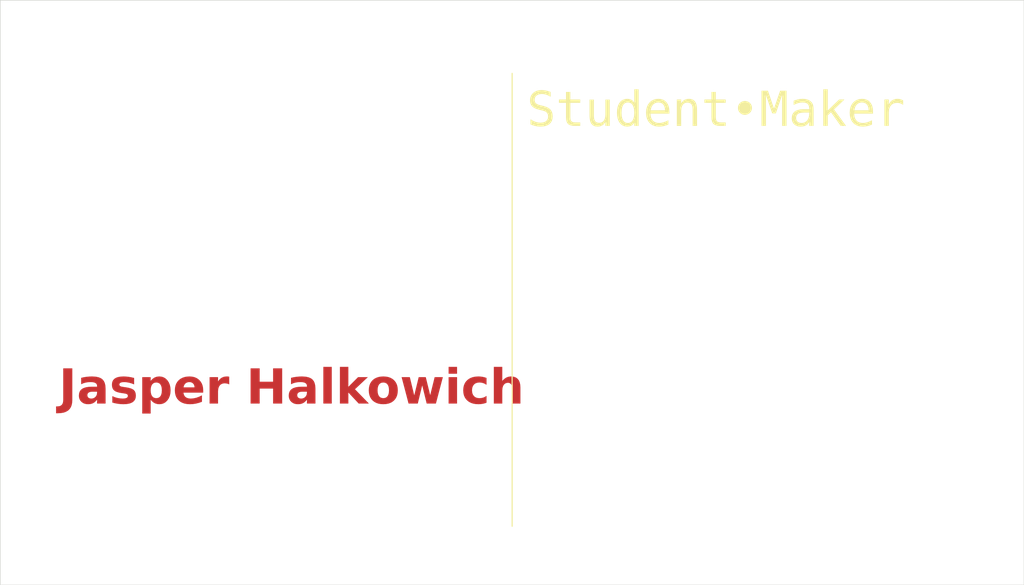
<source format=kicad_pcb>
(kicad_pcb
	(version 20240108)
	(generator "pcbnew")
	(generator_version "8.0")
	(general
		(thickness 1.6)
		(legacy_teardrops no)
	)
	(paper "A4")
	(layers
		(0 "F.Cu" signal)
		(31 "B.Cu" signal)
		(32 "B.Adhes" user "B.Adhesive")
		(33 "F.Adhes" user "F.Adhesive")
		(34 "B.Paste" user)
		(35 "F.Paste" user)
		(36 "B.SilkS" user "B.Silkscreen")
		(37 "F.SilkS" user "F.Silkscreen")
		(38 "B.Mask" user)
		(39 "F.Mask" user)
		(40 "Dwgs.User" user "User.Drawings")
		(41 "Cmts.User" user "User.Comments")
		(42 "Eco1.User" user "User.Eco1")
		(43 "Eco2.User" user "User.Eco2")
		(44 "Edge.Cuts" user)
		(45 "Margin" user)
		(46 "B.CrtYd" user "B.Courtyard")
		(47 "F.CrtYd" user "F.Courtyard")
		(48 "B.Fab" user)
		(49 "F.Fab" user)
		(50 "User.1" user)
		(51 "User.2" user)
		(52 "User.3" user)
		(53 "User.4" user)
		(54 "User.5" user)
		(55 "User.6" user)
		(56 "User.7" user)
		(57 "User.8" user)
		(58 "User.9" user)
	)
	(setup
		(pad_to_mask_clearance 0)
		(allow_soldermask_bridges_in_footprints no)
		(pcbplotparams
			(layerselection 0x00010fc_ffffffff)
			(plot_on_all_layers_selection 0x0000000_00000000)
			(disableapertmacros no)
			(usegerberextensions no)
			(usegerberattributes yes)
			(usegerberadvancedattributes yes)
			(creategerberjobfile yes)
			(dashed_line_dash_ratio 12.000000)
			(dashed_line_gap_ratio 3.000000)
			(svgprecision 4)
			(plotframeref no)
			(viasonmask no)
			(mode 1)
			(useauxorigin no)
			(hpglpennumber 1)
			(hpglpenspeed 20)
			(hpglpendiameter 15.000000)
			(pdf_front_fp_property_popups yes)
			(pdf_back_fp_property_popups yes)
			(dxfpolygonmode yes)
			(dxfimperialunits yes)
			(dxfusepcbnewfont yes)
			(psnegative no)
			(psa4output no)
			(plotreference yes)
			(plotvalue yes)
			(plotfptext yes)
			(plotinvisibletext no)
			(sketchpadsonfab no)
			(subtractmaskfromsilk no)
			(outputformat 1)
			(mirror no)
			(drillshape 1)
			(scaleselection 1)
			(outputdirectory "")
		)
	)
	(net 0 "")
	(gr_line
		(start 69.85 71.12)
		(end 69.85 31.75)
		(stroke
			(width 0.1)
			(type default)
		)
		(layer "F.SilkS")
		(uuid "47dd098c-5fcc-4ee3-a3fd-60a5d1392b24")
	)
	(gr_line
		(start 114.3 25.4)
		(end 114.3 76.2)
		(stroke
			(width 0.05)
			(type default)
		)
		(layer "Edge.Cuts")
		(uuid "628babc1-c93f-4ac0-b3a9-f6631c20828b")
	)
	(gr_line
		(start 25.4 76.2)
		(end 25.4 25.4)
		(stroke
			(width 0.05)
			(type default)
		)
		(layer "Edge.Cuts")
		(uuid "67e6628f-a17d-479f-843f-a0eda65e6371")
	)
	(gr_line
		(start 114.3 76.2)
		(end 25.4 76.2)
		(stroke
			(width 0.05)
			(type default)
		)
		(layer "Edge.Cuts")
		(uuid "67efbbf8-17da-4e68-8db7-d61b0b0a61ff")
	)
	(gr_line
		(start 25.4 25.4)
		(end 114.3 25.4)
		(stroke
			(width 0.05)
			(type default)
		)
		(layer "Edge.Cuts")
		(uuid "f7439b37-d065-4cbb-91af-51a0d4ba9c4e")
	)
	(gr_text "Jasper Halkowich"
		(at 30.48 60.96 0)
		(layer "F.Cu")
		(uuid "cbce8736-b4da-40fc-b643-b2b9ceae163f")
		(effects
			(font
				(face "SF Pro Display")
				(size 3 3)
				(thickness 0.3)
				(bold yes)
			)
			(justify left bottom)
		)
		(render_cache "Jasper Halkowich" 0
			(polygon
				(pts
					(xy 31.541723 60.50129) (xy 31.715037 60.491811) (xy 31.873592 60.463708) (xy 32.01689 60.417486)
					(xy 32.183355 60.32854) (xy 32.320621 60.20947) (xy 32.427502 60.061469) (xy 32.502816 59.885731)
					(xy 32.53787 59.736444) (xy 32.554001 59.572729) (xy 32.555087 59.515038) (xy 32.555087 57.491242)
					(xy 31.935931 57.491242) (xy 31.935931 59.509176) (xy 31.921301 59.662384) (xy 31.867965 59.802691)
					(xy 31.760707 59.911008) (xy 31.605835 59.96224) (xy 31.535861 59.966399) (xy 31.373459 59.937845)
					(xy 31.241333 59.844557) (xy 31.164924 59.697997) (xy 31.14605 59.576587) (xy 31.143852 59.564131)
					(xy 30.543014 59.564131) (xy 30.545212 59.583182) (xy 30.558628 59.734169) (xy 30.604738 59.918225)
					(xy 30.681859 60.080728) (xy 30.788634 60.219687) (xy 30.923706 60.333109) (xy 31.085719 60.419002)
					(xy 31.273316 60.475374) (xy 31.429987 60.497082)
				)
			)
			(polygon
				(pts
					(xy 34.005843 58.207972) (xy 34.156588 58.220576) (xy 34.339212 58.259828) (xy 34.499064 58.323192)
					(xy 34.634204 58.408984) (xy 34.742691 58.515522) (xy 34.822584 58.641122) (xy 34.871943 58.784101)
					(xy 34.888827 58.942777) (xy 34.888827 60.45) (xy 34.289455 60.45) (xy 34.289455 60.12247) (xy 34.277732 60.12247)
					(xy 34.196163 60.239745) (xy 34.074871 60.350378) (xy 33.928598 60.429915) (xy 33.785849 60.471038)
					(xy 33.629267 60.48517) (xy 33.509138 60.478005) (xy 33.36211 60.447151) (xy 33.20196 60.377094)
					(xy 33.071327 60.275603) (xy 32.973698 60.146483) (xy 32.912563 59.993541) (xy 32.891409 59.820586)
					(xy 32.891409 59.816922) (xy 32.892928 59.786147) (xy 33.483454 59.786147) (xy 33.483454 59.789811)
					(xy 33.483843 59.8048) (xy 33.536584 59.942813) (xy 33.668093 60.026213) (xy 33.824173 60.048464)
					(xy 33.873713 60.046474) (xy 34.031098 60.010145) (xy 34.157656 59.933609) (xy 34.25457 59.806114)
					(xy 34.289455 59.646196) (xy 34.289455 59.48866) (xy 33.836629 59.517236) (xy 33.815244 59.518854)
					(xy 33.667608 59.548853) (xy 33.534149 59.63634) (xy 33.483454 59.786147) (xy 32.892928 59.786147)
					(xy 32.895015 59.743866) (xy 32.935039 59.578591) (xy 33.018032 59.438714) (xy 33.142336 59.324972)
					(xy 33.270406 59.253293) (xy 33.423002 59.19919) (xy 33.599274 59.163042) (xy 33.746503 59.147941)
					(xy 34.289455 59.114968) (xy 34.289455 58.980146) (xy 34.283552 58.910617) (xy 34.218323 58.770755)
					(xy 34.08389 58.686276) (xy 33.928953 58.66434) (xy 33.908259 58.664643) (xy 33.74578 58.69281)
					(xy 33.617615 58.770171) (xy 33.541339 58.910537) (xy 33.536943 58.928855) (xy 32.989595 58.928855)
					(xy 32.991793 58.903942) (xy 33.009306 58.792952) (xy 33.074305 58.623811) (xy 33.182425 58.477961)
					(xy 33.298695 58.380756) (xy 33.44038 58.303094) (xy 33.606508 58.247036) (xy 33.79611 58.214643)
					(xy 33.953133 58.207117)
				)
			)
			(polygon
				(pts
					(xy 36.177697 60.495429) (xy 36.332122 60.488082) (xy 36.52215 60.456238) (xy 36.691612 60.400643)
					(xy 36.837865 60.322877) (xy 36.958263 60.22452) (xy 37.050162 60.107153) (xy 37.110917 59.972354)
					(xy 37.137884 59.821705) (xy 37.139036 59.781751) (xy 37.139036 59.779553) (xy 37.11863 59.612129)
					(xy 37.055226 59.472623) (xy 36.945552 59.358657) (xy 36.816447 59.281482) (xy 36.651041 59.219018)
					(xy 36.491304 59.178715) (xy 36.118346 59.098848) (xy 35.964214 59.052586) (xy 35.845138 58.959876)
					(xy 35.820858 58.865108) (xy 35.820858 58.862909) (xy 35.881318 58.717763) (xy 36.017149 58.645804)
					(xy 36.15718 58.629169) (xy 36.305581 58.650189) (xy 36.440093 58.727759) (xy 36.519325 58.862736)
					(xy 36.527941 58.90614) (xy 36.530139 58.92226) (xy 37.081884 58.92226) (xy 37.081884 58.901744)
					(xy 37.05241 58.727551) (xy 36.978544 58.569853) (xy 36.86151 58.433985) (xy 36.737624 58.344591)
					(xy 36.587522 58.275311) (xy 36.411828 58.228876) (xy 36.263642 58.210684) (xy 36.15718 58.207117)
					(xy 36.005105 58.214146) (xy 35.820017 58.24465) (xy 35.65688 58.297994) (xy 35.517602 58.372741)
					(xy 35.404088 58.467459) (xy 35.30133 58.611755) (xy 35.245531 58.782214) (xy 35.23614 58.895882)
					(xy 35.23614 58.89808) (xy 35.258832 59.070542) (xy 35.32679 59.218419) (xy 35.439841 59.341392)
					(xy 35.56837 59.424616) (xy 35.727993 59.490141) (xy 35.878011 59.529692) (xy 36.250969 59.607362)
					(xy 36.400673 59.652894) (xy 36.516659 59.74317) (xy 36.540397 59.838904) (xy 36.540397 59.841102)
					(xy 36.475799 59.984926) (xy 36.329578 60.055116) (xy 36.177697 60.071179) (xy 36.017996 60.052792)
					(xy 35.874068 59.980848) (xy 35.788396 59.859263) (xy 35.769567 59.797871) (xy 35.76517 59.779553)
					(xy 35.180453 59.779553) (xy 35.182651 59.797871) (xy 35.214077 59.947547) (xy 35.272491 60.082754)
					(xy 35.383132 60.228839) (xy 35.501484 60.325307) (xy 35.646126 60.401809) (xy 35.816843 60.456653)
					(xy 35.961864 60.482556) (xy 36.121341 60.494611)
				)
			)
			(polygon
				(pts
					(xy 38.768302 58.208363) (xy 38.915505 58.22684) (xy 39.092514 58.284935) (xy 39.246201 58.3798)
					(xy 39.375141 58.509826) (xy 39.477909 58.673409) (xy 39.536952 58.817152) (xy 39.57987 58.97819)
					(xy 39.606062 59.155845) (xy 39.614926 59.349441) (xy 39.614926 59.350907) (xy 39.613934 59.416981)
					(xy 39.599244 59.604989) (xy 39.567485 59.777106) (xy 39.519301 59.932601) (xy 39.455338 60.070742)
					(xy 39.346622 60.226669) (xy 39.212528 60.34871) (xy 39.054585 60.435128) (xy 38.874321 60.48419)
					(xy 38.725394 60.495429) (xy 38.667251 60.493571) (xy 38.503102 60.466394) (xy 38.356264 60.408615)
					(xy 38.229171 60.322551) (xy 38.124257 60.21052) (xy 38.043956 60.074842) (xy 38.032233 60.074842)
					(xy 38.032233 61.168073) (xy 37.432861 61.168073) (xy 37.432861 59.350907) (xy 38.030034 59.350907)
					(xy 38.030034 59.353105) (xy 38.035183 59.460476) (xy 38.065618 59.621009) (xy 38.135221 59.780283)
					(xy 38.236973 59.899217) (xy 38.3667 59.973637) (xy 38.52023 59.999371) (xy 38.626515 59.987917)
					(xy 38.764724 59.929551) (xy 38.874687 59.825165) (xy 38.953275 59.678584) (xy 38.992538 59.526961)
					(xy 39.006029 59.350907) (xy 39.006029 59.349441) (xy 39.001129 59.240547) (xy 38.971957 59.078755)
					(xy 38.904524 58.919525) (xy 38.804672 58.801591) (xy 38.67553 58.728344) (xy 38.52023 58.703175)
					(xy 38.415438 58.714688) (xy 38.277313 58.773268) (xy 38.165772 58.877839) (xy 38.084989 59.024373)
					(xy 38.044176 59.175634) (xy 38.030034 59.350907) (xy 37.432861 59.350907) (xy 37.432861 58.251814)
					(xy 38.032233 58.251814) (xy 38.032233 58.635764) (xy 38.046154 58.635764) (xy 38.069945 58.586997)
					(xy 38.157506 58.456268) (xy 38.267865 58.350655) (xy 38.399109 58.272419) (xy 38.549325 58.22382)
					(xy 38.716601 58.207117)
				)
			)
			(polygon
				(pts
					(xy 41.018651 58.212184) (xy 41.184301 58.238306) (xy 41.335991 58.285737) (xy 41.472901 58.353444)
					(xy 41.594212 58.440395) (xy 41.699107 58.545558) (xy 41.786765 58.667899) (xy 41.856369 58.806388)
					(xy 41.9071 58.95999) (xy 41.938138 59.127675) (xy 41.948667 59.308408) (xy 41.948667 59.492323)
					(xy 40.434849 59.492323) (xy 40.436004 59.524798) (xy 40.457502 59.673978) (xy 40.516225 59.822528)
					(xy 40.62669 59.950863) (xy 40.778218 60.027217) (xy 40.937501 60.048464) (xy 41.025273 60.042399)
					(xy 41.173166 59.999082) (xy 41.294547 59.91516) (xy 41.376406 59.789811) (xy 41.380802 59.777355)
					(xy 41.930348 59.777355) (xy 41.923754 59.800069) (xy 41.874536 59.953771) (xy 41.788728 60.104856)
					(xy 41.692372 60.217395) (xy 41.570261 60.317207) (xy 41.421355 60.399383) (xy 41.244615 60.45901)
					(xy 41.09317 60.485979) (xy 40.925045 60.495429) (xy 40.802059 60.490353) (xy 40.629664 60.464092)
					(xy 40.472402 60.416202) (xy 40.330982 60.347525) (xy 40.206114 60.258899) (xy 40.098509 60.151166)
					(xy 40.008877 60.025166) (xy 39.937926 59.881739) (xy 39.886369 59.721726) (xy 39.854913 59.545967)
					(xy 39.84427 59.355303) (xy 39.84427 59.353105) (xy 39.84906 59.225039) (xy 39.864152 59.114968)
					(xy 40.441444 59.114968) (xy 41.374207 59.114968) (xy 41.360216 59.033505) (xy 41.300452 58.873654)
					(xy 41.206449 58.756719) (xy 41.062997 58.676574) (xy 40.911123 58.654082) (xy 40.800548 58.665983)
					(xy 40.664561 58.721663) (xy 40.555319 58.821075) (xy 40.478112 58.962239) (xy 40.441444 59.114968)
					(xy 39.864152 59.114968) (xy 39.873794 59.044643) (xy 39.918791 58.879144) (xy 39.983156 58.729507)
					(xy 40.065995 58.596695) (xy 40.166412 58.481673) (xy 40.283514 58.385402) (xy 40.416405 58.308848)
					(xy 40.56419 58.252973) (xy 40.725975 58.218742) (xy 40.900865 58.207117)
				)
			)
			(polygon
				(pts
					(xy 42.254214 60.45) (xy 42.853586 60.45) (xy 42.853586 59.219748) (xy 42.871424 59.055338) (xy 42.93555 58.903398)
					(xy 43.043387 58.796412) (xy 43.191853 58.736496) (xy 43.321067 58.723691) (xy 43.470361 58.737215)
					(xy 43.537955 58.756664) (xy 43.537955 58.229099) (xy 43.390263 58.207581) (xy 43.365764 58.207117)
					(xy 43.209366 58.229272) (xy 43.077313 58.293896) (xy 42.971859 58.398228) (xy 42.895259 58.539507)
					(xy 42.86531 58.635764) (xy 42.853586 58.635764) (xy 42.853586 58.251814) (xy 42.254214 58.251814)
				)
			)
			(polygon
				(pts
					(xy 44.66196 60.45) (xy 45.281849 60.45) (xy 45.281849 59.203628) (xy 46.614682 59.203628) (xy 46.614682 60.45)
					(xy 47.233838 60.45) (xy 47.233838 57.491242) (xy 46.614682 57.491242) (xy 46.614682 58.692916)
					(xy 45.281849 58.692916) (xy 45.281849 57.491242) (xy 44.66196 57.491242)
				)
			)
			(polygon
				(pts
					(xy 48.657483 58.207972) (xy 48.808228 58.220576) (xy 48.990852 58.259828) (xy 49.150704 58.323192)
					(xy 49.285844 58.408984) (xy 49.394331 58.515522) (xy 49.474224 58.641122) (xy 49.523583 58.784101)
					(xy 49.540467 58.942777) (xy 49.540467 60.45) (xy 48.941095 60.45) (xy 48.941095 60.12247) (xy 48.929371 60.12247)
					(xy 48.847802 60.239745) (xy 48.726511 60.350378) (xy 48.580238 60.429915) (xy 48.437489 60.471038)
					(xy 48.280907 60.48517) (xy 48.160778 60.478005) (xy 48.01375 60.447151) (xy 47.8536 60.377094)
					(xy 47.722966 60.275603) (xy 47.625338 60.146483) (xy 47.564203 59.993541) (xy 47.543049 59.820586)
					(xy 47.543049 59.816922) (xy 47.544568 59.786147) (xy 48.135094 59.786147) (xy 48.135094 59.789811)
					(xy 48.135483 59.8048) (xy 48.188224 59.942813) (xy 48.319733 60.026213) (xy 48.475812 60.048464)
					(xy 48.525353 60.046474) (xy 48.682737 60.010145) (xy 48.809296 59.933609) (xy 48.90621 59.806114)
					(xy 48.941095 59.646196) (xy 48.941095 59.48866) (xy 48.488269 59.517236) (xy 48.466884 59.518854)
					(xy 48.319248 59.548853) (xy 48.185789 59.63634) (xy 48.135094 59.786147) (xy 47.544568 59.786147)
					(xy 47.546655 59.743866) (xy 47.586678 59.578591) (xy 47.669672 59.438714) (xy 47.793976 59.324972)
					(xy 47.922046 59.253293) (xy 48.074642 59.19919) (xy 48.250914 59.163042) (xy 48.398143 59.147941)
					(xy 48.941095 59.114968) (xy 48.941095 58.980146) (xy 48.935192 58.910617) (xy 48.869963 58.770755)
					(xy 48.73553 58.686276) (xy 48.580593 58.66434) (xy 48.559899 58.664643) (xy 48.397419 58.69281)
					(xy 48.269255 58.770171) (xy 48.192979 58.910537) (xy 48.188583 58.928855) (xy 47.641235 58.928855)
					(xy 47.643433 58.903942) (xy 47.660946 58.792952) (xy 47.725945 58.623811) (xy 47.834065 58.477961)
					(xy 47.950335 58.380756) (xy 48.092019 58.303094) (xy 48.258148 58.247036) (xy 48.44775 58.214643)
					(xy 48.604773 58.207117)
				)
			)
			(polygon
				(pts
					(xy 49.939071 60.45) (xy 50.537711 60.45) (xy 50.537711 57.491242) (xy 49.939071 57.491242)
				)
			)
			(polygon
				(pts
					(xy 50.96196 60.45) (xy 51.561332 60.45) (xy 51.561332 59.7224) (xy 51.715205 59.552407) (xy 52.344619 60.45)
					(xy 53.035582 60.45) (xy 52.163635 59.197034) (xy 52.994549 58.251814) (xy 52.316043 58.251814)
					(xy 51.573056 59.131821) (xy 51.561332 59.131821) (xy 51.561332 57.491242) (xy 50.96196 57.491242)
				)
			)
			(polygon
				(pts
					(xy 54.226785 58.212105) (xy 54.397262 58.237956) (xy 54.554162 58.28521) (xy 54.696456 58.353146)
					(xy 54.823116 58.441044) (xy 54.933112 58.548181) (xy 55.025415 58.673838) (xy 55.098998 58.817294)
					(xy 55.152831 58.977827) (xy 55.185885 59.154717) (xy 55.197131 59.347243) (xy 55.197131 59.350907)
					(xy 55.192196 59.482095) (xy 55.166712 59.66563) (xy 55.120344 59.832676) (xy 55.054008 59.982565)
					(xy 54.968622 60.114632) (xy 54.865102 60.228209) (xy 54.744364 60.322631) (xy 54.607325 60.39723)
					(xy 54.4549 60.45134) (xy 54.288008 60.484296) (xy 54.107564 60.495429) (xy 53.985212 60.49044)
					(xy 53.813122 60.464573) (xy 53.655516 60.417267) (xy 53.513251 60.349221) (xy 53.387181 60.261134)
					(xy 53.278161 60.153706) (xy 53.187045 60.027634) (xy 53.114689 59.88362) (xy 53.061948 59.722361)
					(xy 53.029677 59.544557) (xy 53.018729 59.350907) (xy 53.018729 59.347243) (xy 53.627627 59.347243)
					(xy 53.627627 59.350907) (xy 53.636232 59.503603) (xy 53.670222 59.668821) (xy 53.728352 59.804314)
					(xy 53.827446 59.925827) (xy 53.955616 60.000392) (xy 54.109762 60.02575) (xy 54.262142 60.000204)
					(xy 54.389078 59.925247) (xy 54.487381 59.803401) (xy 54.545129 59.667863) (xy 54.578935 59.502972)
					(xy 54.587501 59.350907) (xy 54.587501 59.347243) (xy 54.578747 59.196418) (xy 54.544298 59.032732)
					(xy 54.485654 58.898059) (xy 54.386251 58.776874) (xy 54.258545 58.702251) (xy 54.106099 58.676796)
					(xy 53.954467 58.702251) (xy 53.827517 58.776874) (xy 53.728755 58.898059) (xy 53.670515 59.032732)
					(xy 53.636315 59.196418) (xy 53.627627 59.347243) (xy 53.018729 59.347243) (xy 53.023728 59.217794)
					(xy 53.049503 59.036231) (xy 53.096307 58.870489) (xy 53.163127 58.721342) (xy 53.248948 58.589566)
					(xy 53.352756 58.475937) (xy 53.473536 58.381229) (xy 53.610275 58.306218) (xy 53.761958 58.251679)
					(xy 53.927571 58.218387) (xy 54.106099 58.207117)
				)
			)
			(polygon
				(pts
					(xy 55.910076 60.45) (xy 56.540223 60.45) (xy 56.935896 58.895882) (xy 56.948353 58.895882) (xy 57.346224 60.45)
					(xy 57.983698 60.45) (xy 58.566217 58.251814) (xy 57.975638 58.251814) (xy 57.641514 59.882135)
					(xy 57.629057 59.882135) (xy 57.237048 58.251814) (xy 56.663321 58.251814) (xy 56.27351 59.882135)
					(xy 56.261053 59.882135) (xy 55.929127 58.251814) (xy 55.326092 58.251814)
				)
			)
			(polygon
				(pts
					(xy 59.111367 57.968981) (xy 59.265335 57.930971) (xy 59.377282 57.830628) (xy 59.429229 57.688479)
					(xy 59.430837 57.656838) (xy 59.393047 57.509285) (xy 59.291661 57.399138) (xy 59.14466 57.347058)
					(xy 59.111367 57.345429) (xy 58.95723 57.383416) (xy 58.844952 57.483602) (xy 58.792781 57.625327)
					(xy 58.791165 57.656838) (xy 58.829125 57.804886) (xy 58.930841 57.915232) (xy 59.078067 57.967351)
				)
			)
			(polygon
				(pts
					(xy 58.811681 60.45) (xy 59.410321 60.45) (xy 59.410321 58.251814) (xy 58.811681 58.251814)
				)
			)
			(polygon
				(pts
					(xy 60.815694 60.495429) (xy 60.974991 60.486013) (xy 61.122677 60.45859) (xy 61.300299 60.39615)
					(xy 61.454321 60.30682) (xy 61.58305 60.19353) (xy 61.684796 60.059206) (xy 61.757867 59.906777)
					(xy 61.800571 59.739172) (xy 61.810006 59.650593) (xy 61.810006 59.638136) (xy 61.2524 59.638136)
					(xy 61.250202 59.656454) (xy 61.199369 59.80782) (xy 61.109518 59.924358) (xy 60.982298 59.999268)
					(xy 60.819357 60.02575) (xy 60.665414 60.000392) (xy 60.537736 59.925827) (xy 60.439251 59.804314)
					(xy 60.381592 59.668821) (xy 60.347931 59.503603) (xy 60.33942 59.350907) (xy 60.33942 59.349441)
					(xy 60.347928 59.199784) (xy 60.381559 59.036422) (xy 60.439128 58.901188) (xy 60.537379 58.778729)
					(xy 60.664628 58.70283) (xy 60.817892 58.676796) (xy 60.965723 58.698569) (xy 61.098275 58.770695)
					(xy 61.20017 58.899672) (xy 61.248004 59.045359) (xy 61.2524 59.063677) (xy 61.807808 59.063677)
					(xy 61.807808 59.049755) (xy 61.783077 58.877016) (xy 61.726464 58.717474) (xy 61.639608 58.574161)
					(xy 61.524151 58.450109) (xy 61.381731 58.348347) (xy 61.213989 58.271907) (xy 61.072552 58.233018)
					(xy 60.918485 58.211356) (xy 60.809099 58.207117) (xy 60.63045 58.218492) (xy 60.465226 58.252056)
					(xy 60.314332 58.306968) (xy 60.178675 58.382388) (xy 60.05916 58.477477) (xy 59.956692 58.591392)
					(xy 59.872177 58.723294) (xy 59.806521 58.872343) (xy 59.760629 59.037698) (xy 59.735407 59.218519)
					(xy 59.730523 59.347243) (xy 59.730523 59.349441) (xy 59.741327 59.541604) (xy 59.773215 59.718582)
					(xy 59.825402 59.879562) (xy 59.8971 60.023735) (xy 59.987524 60.150287) (xy 60.095888 60.258408)
					(xy 60.221406 60.347287) (xy 60.363291 60.416111) (xy 60.520758 60.464069) (xy 60.693021 60.490351)
				)
			)
			(polygon
				(pts
					(xy 62.111158 60.45) (xy 62.709797 60.45) (xy 62.709797 59.191172) (xy 62.727296 59.039478) (xy 62.789168 58.891583)
					(xy 62.891083 58.781846) (xy 63.028209 58.717443) (xy 63.145038 58.703175) (xy 63.306237 58.728768)
					(xy 63.445482 58.817555) (xy 63.525791 58.94331) (xy 63.565314 59.110167) (xy 63.569288 59.19337)
					(xy 63.569288 60.45) (xy 64.167927 60.45) (xy 64.167927 59.070272) (xy 64.15431 58.880662) (xy 64.114358 58.711292)
					(xy 64.049418 58.563714) (xy 63.96084 58.439484) (xy 63.84997 58.340155) (xy 63.718158 58.267281)
					(xy 63.56675 58.222417) (xy 63.397096 58.207117) (xy 63.249514 58.218109) (xy 63.092178 58.259635)
					(xy 62.957143 58.330923) (xy 62.845191 58.430757) (xy 62.757103 58.557919) (xy 62.722254 58.631367)
					(xy 62.709797 58.631367) (xy 62.709797 57.491242) (xy 62.111158 57.491242)
				)
			)
		)
	)
	(gr_text "Student•Maker"
		(at 71.12 36.83 0)
		(layer "F.SilkS")
		(uuid "79ceaa02-c914-4c51-af79-be44287729b5")
		(effects
			(font
				(face "Courier")
				(size 3 3)
				(thickness 0.375)
			)
			(justify left bottom)
		)
		(render_cache "Student•Maker" 0
			(polygon
				(pts
					(xy 71.783852 36.267976) (xy 71.736224 36.381549) (xy 71.618988 36.413789) (xy 71.490027 36.363963)
					(xy 71.443088 36.224433) (xy 71.441667 36.204228) (xy 71.414556 35.736748) (xy 71.414556 35.700111)
					(xy 71.452658 35.563091) (xy 71.57942 35.522791) (xy 71.711655 35.598841) (xy 71.756741 35.699378)
					(xy 71.804368 35.832735) (xy 71.890041 35.953045) (xy 72.012423 36.044697) (xy 72.031514 36.054752)
					(xy 72.179576 36.107846) (xy 72.324794 36.12969) (xy 72.40374 36.132421) (xy 72.560175 36.11997)
					(xy 72.709608 36.077514) (xy 72.835317 36.004926) (xy 72.943009 35.889607) (xy 72.995799 35.750827)
					(xy 73.001646 35.678862) (xy 72.976001 35.529569) (xy 72.899064 35.412882) (xy 72.773768 35.330266)
					(xy 72.625665 35.28713) (xy 72.601577 35.283189) (xy 72.296762 35.241423) (xy 72.144932 35.214882)
					(xy 71.988244 35.174475) (xy 71.836134 35.115845) (xy 71.699387 35.034012) (xy 71.673942 35.013545)
					(xy 71.570774 34.895507) (xy 71.505815 34.751136) (xy 71.480023 34.598688) (xy 71.478304 34.543133)
					(xy 71.494607 34.389443) (xy 71.543517 34.248576) (xy 71.625033 34.120532) (xy 71.739155 34.00531)
					(xy 71.859413 33.920515) (xy 71.991944 33.856546) (xy 72.136746 33.813405) (xy 72.293819 33.79109)
					(xy 72.389085 33.78769) (xy 72.535631 33.797421) (xy 72.627955 33.812602) (xy 72.771167 33.847137)
					(xy 72.912986 33.891004) (xy 72.945959 33.847041) (xy 73.044877 33.834584) (xy 73.170174 33.860963)
					(xy 73.214138 33.987725) (xy 73.242714 34.41344) (xy 73.242714 34.433956) (xy 73.200949 34.545331)
					(xy 73.08591 34.584898) (xy 72.959343 34.503165) (xy 72.917383 34.411974) (xy 72.864862 34.274332)
					(xy 72.859497 34.264696) (xy 72.763824 34.150553) (xy 72.663126 34.085177) (xy 72.517736 34.036009)
					(xy 72.372965 34.022163) (xy 72.226348 34.034685) (xy 72.086061 34.077386) (xy 71.967766 34.15039)
					(xy 71.867191 34.267515) (xy 71.817889 34.410518) (xy 71.812428 34.485247) (xy 71.841554 34.630694)
					(xy 71.928932 34.741702) (xy 72.065041 34.816589) (xy 72.212646 34.857719) (xy 72.284305 34.86993)
					(xy 72.614033 34.912428) (xy 72.762306 34.940112) (xy 72.910981 34.986949) (xy 73.051747 35.059019)
					(xy 73.153321 35.140307) (xy 73.249148 35.263826) (xy 73.309484 35.411817) (xy 73.333441 35.565932)
					(xy 73.335038 35.621709) (xy 73.322696 35.7717) (xy 73.278366 35.926546) (xy 73.201796 36.063716)
					(xy 73.092986 36.183208) (xy 73.077117 36.196901) (xy 72.956323 36.281411) (xy 72.818979 36.345164)
					(xy 72.665086 36.38816) (xy 72.494644 36.4104) (xy 72.389818 36.413789) (xy 72.241624 36.404813)
					(xy 72.094528 36.377885) (xy 71.953643 36.336218) (xy 71.814596 36.281641)
				)
			)
			(polygon
				(pts
					(xy 75.468743 34.538004) (xy 75.613083 34.570323) (xy 75.616022 34.572442) (xy 75.662184 34.67942)
					(xy 75.618953 34.784933) (xy 75.48926 34.819371) (xy 74.654682 34.819371) (xy 74.654682 35.522058)
					(xy 74.660132 35.679595) (xy 74.682271 35.8353) (xy 74.741877 35.97635) (xy 74.870455 36.061537)
					(xy 75.016221 36.0851) (xy 75.042295 36.085526) (xy 75.19294 36.070173) (xy 75.349496 36.029126)
					(xy 75.490725 35.97635) (xy 75.635067 35.918776) (xy 75.778056 35.872398) (xy 75.814591 35.867173)
					(xy 75.912777 35.908939) (xy 75.953077 36.009323) (xy 75.902519 36.125826) (xy 75.773441 36.202477)
					(xy 75.730327 36.219616) (xy 75.58432 36.270998) (xy 75.438936 36.31364) (xy 75.366161 36.33099)
					(xy 75.219222 36.356761) (xy 75.071715 36.366859) (xy 75.062812 36.366894) (xy 74.906169 36.357716)
					(xy 74.756022 36.32677) (xy 74.657613 36.289225) (xy 74.530487 36.206318) (xy 74.435058 36.0948)
					(xy 74.413614 36.057683) (xy 74.361064 35.915256) (xy 74.354996 35.884759) (xy 74.340776 35.738571)
					(xy 74.337428 35.5906) (xy 74.337411 35.577745) (xy 74.337411 35.513265) (xy 74.337411 34.819371)
					(xy 73.987166 34.819371) (xy 73.861137 34.786399) (xy 73.822302 34.67942) (xy 73.875792 34.568046)
					(xy 74.024444 34.539881) (xy 74.104403 34.538004) (xy 74.337411 34.538004) (xy 74.337411 34.116685)
					(xy 74.337411 34.007508) (xy 74.375512 33.877083) (xy 74.494214 33.834584) (xy 74.619511 33.885875)
					(xy 74.652484 34.037001) (xy 74.654682 34.120348) (xy 74.654682 34.538004)
				)
			)
			(polygon
				(pts
					(xy 76.913684 35.540376) (xy 76.924346 35.688825) (xy 76.965287 35.830883) (xy 77.022861 35.919197)
					(xy 77.153389 36.004924) (xy 77.298383 36.035716) (xy 77.369441 36.038632) (xy 77.51597 36.021748)
					(xy 77.65844 35.964819) (xy 77.753391 35.89575) (xy 77.850729 35.777838) (xy 77.903142 35.639524)
					(xy 77.913126 35.53598) (xy 77.913126 34.678688) (xy 77.630293 34.678688) (xy 77.513789 34.646448)
					(xy 77.477885 34.543866) (xy 77.51672 34.433224) (xy 77.642749 34.39732) (xy 78.081653 34.39732)
					(xy 78.191563 34.431758) (xy 78.223677 34.581252) (xy 78.223803 34.597355) (xy 78.223803 36.010055)
					(xy 78.318325 36.010055) (xy 78.463405 36.045226) (xy 78.508101 36.16173) (xy 78.465603 36.280432)
					(xy 78.343237 36.32) (xy 78.030362 36.32) (xy 77.9439 36.295819) (xy 77.913126 36.229141) (xy 77.913126 36.078932)
					(xy 77.794988 36.171882) (xy 77.667768 36.256787) (xy 77.573872 36.305345) (xy 77.428792 36.351507)
					(xy 77.276385 36.366894) (xy 77.116696 36.355399) (xy 76.962554 36.314988) (xy 76.822964 36.235963)
					(xy 76.765673 36.182979) (xy 76.676028 36.049256) (xy 76.623735 35.897581) (xy 76.59983 35.737847)
					(xy 76.59568 35.626106) (xy 76.59568 34.678688) (xy 76.552449 34.678688) (xy 76.401922 34.663795)
					(xy 76.361207 34.64718) (xy 76.309916 34.535806) (xy 76.350216 34.432491) (xy 76.47478 34.39732)
					(xy 76.786189 34.39732) (xy 76.88584 34.426629) (xy 76.913684 34.554124)
				)
			)
			(polygon
				(pts
					(xy 80.797145 33.667522) (xy 80.824989 33.73127) (xy 80.824989 36.038632) (xy 80.918046 36.038632)
					(xy 81.063859 36.071605) (xy 81.109288 36.176385) (xy 81.06972 36.28263) (xy 80.96494 36.32) (xy 80.567801 36.32)
					(xy 80.506985 36.299483) (xy 80.489399 36.21815) (xy 80.489399 36.054752) (xy 80.378629 36.164127)
					(xy 80.247542 36.251736) (xy 80.180188 36.284829) (xy 80.036825 36.334837) (xy 79.884807 36.361765)
					(xy 79.778653 36.366894) (xy 79.614176 36.35357) (xy 79.461831 36.3136) (xy 79.321617 36.246981)
					(xy 79.193535 36.153716) (xy 79.125792 36.088457) (xy 79.02358 35.96012) (xy 78.946473 35.818739)
					(xy 78.894471 35.664315) (xy 78.867573 35.496848) (xy 78.863475 35.395296) (xy 78.864401 35.380642)
					(xy 79.217383 35.380642) (xy 79.231873 35.537926) (xy 79.275343 35.678401) (xy 79.357631 35.814772)
					(xy 79.400565 35.86351) (xy 79.5251 35.962428) (xy 79.668812 36.02471) (xy 79.814549 36.049439)
					(xy 79.86658 36.051088) (xy 80.0185 36.035671) (xy 80.168537 35.982376) (xy 80.298826 35.891014)
					(xy 80.334061 35.856182) (xy 80.422965 35.737789) (xy 80.482773 35.602704) (xy 80.513486 35.450926)
					(xy 80.517976 35.359392) (xy 80.503544 35.200756) (xy 80.460248 35.058696) (xy 80.378288 34.920293)
					(xy 80.335526 34.870662) (xy 80.211335 34.769426) (xy 80.066821 34.705684) (xy 79.919384 34.680375)
					(xy 79.86658 34.678688) (xy 79.711763 34.694047) (xy 79.560408 34.747141) (xy 79.430807 34.83816)
					(xy 79.396168 34.872861) (xy 79.309744 34.99153) (xy 79.251603 35.129095) (xy 79.221747 35.285555)
					(xy 79.217383 35.380642) (xy 78.864401 35.380642) (xy 78.873315 35.239628) (xy 78.902836 35.09411)
					(xy 78.962151 34.937167) (xy 79.048254 34.794038) (xy 79.143377 34.682351) (xy 79.253432 34.585485)
					(xy 79.394007 34.497805) (xy 79.547694 34.437402) (xy 79.714495 34.404279) (xy 79.841667 34.39732)
					(xy 79.994853 34.407109) (xy 80.146852 34.439806) (xy 80.222686 34.466929) (xy 80.361673 34.540319)
					(xy 80.482427 34.638674) (xy 80.513579 34.67136) (xy 80.513579 33.928374) (xy 80.404403 33.928374)
					(xy 80.256575 33.920863) (xy 80.172128 33.898332) (xy 80.120104 33.78769) (xy 80.16187 33.682177)
					(xy 80.284968 33.647006) (xy 80.707752 33.647006)
				)
			)
			(polygon
				(pts
					(xy 82.648218 34.359956) (xy 82.795548 34.38855) (xy 82.95428 34.446002) (xy 83.098846 34.5294)
					(xy 83.211486 34.621535) (xy 83.323119 34.745329) (xy 83.407333 34.880134) (xy 83.464129 35.025947)
					(xy 83.493506 35.18277) (xy 83.497983 35.277327) (xy 83.463555 35.421106) (xy 83.449623 35.435596)
					(xy 83.304511 35.471961) (xy 83.186573 35.475896) (xy 83.155799 35.475896) (xy 81.770942 35.475896)
					(xy 81.793636 35.629445) (xy 81.84985 35.775447) (xy 81.938693 35.895546) (xy 81.971709 35.926524)
					(xy 82.10028 36.010373) (xy 82.238508 36.059285) (xy 82.398066 36.083042) (xy 82.475826 36.085526)
					(xy 82.630716 36.072933) (xy 82.777335 36.040063) (xy 82.930794 35.986791) (xy 83.001193 35.956566)
					(xy 83.143375 35.894227) (xy 83.286127 35.8402) (xy 83.345575 35.827606) (xy 83.448157 35.867173)
					(xy 83.489923 35.963893) (xy 83.446692 36.07307) (xy 83.325609 36.158316) (xy 83.308206 36.166859)
					(xy 83.165007 36.228073) (xy 83.018518 36.278723) (xy 82.882491 36.315603) (xy 82.732216 36.344805)
					(xy 82.582633 36.361885) (xy 82.44725 36.366894) (xy 82.277689 36.357337) (xy 82.121266 36.328666)
					(xy 81.97798 36.280882) (xy 81.827418 36.200975) (xy 81.694738 36.095052) (xy 81.584818 35.967636)
					(xy 81.501896 35.82325) (xy 81.445971 35.661893) (xy 81.419525 35.510081) (xy 81.412637 35.374047)
					(xy 81.423147 35.208719) (xy 81.42607 35.194528) (xy 81.7812 35.194528) (xy 83.122826 35.194528)
					(xy 83.089567 35.045736) (xy 83.020584 34.904379) (xy 82.917662 34.786399) (xy 82.788835 34.698376)
					(xy 82.641134 34.646891) (xy 82.490481 34.631793) (xy 82.343173 34.643617) (xy 82.195539 34.684489)
					(xy 82.064793 34.754556) (xy 82.028862 34.78127) (xy 81.924076 34.88554) (xy 81.844192 35.012423)
					(xy 81.789208 35.161916) (xy 81.7812 35.194528) (xy 81.42607 35.194528) (xy 81.454678 35.055654)
					(xy 81.507228 34.914849) (xy 81.580799 34.786307) (xy 81.675389 34.670026) (xy 81.711591 34.633991)
					(xy 81.830061 34.537623) (xy 81.961256 34.461193) (xy 82.105177 34.404701) (xy 82.261824 34.368148)
					(xy 82.431196 34.351533) (xy 82.490481 34.350425)
				)
			)
			(polygon
				(pts
					(xy 84.221919 36.038632) (xy 84.221919 34.694808) (xy 84.183084 34.694808) (xy 84.036304 34.680607)
					(xy 83.989644 34.661835) (xy 83.93762 34.543866) (xy 83.980851 34.431758) (xy 84.120802 34.39732)
					(xy 84.217522 34.39732) (xy 84.415359 34.39732) (xy 84.501821 34.417836) (xy 84.532595 34.472791)
					(xy 84.532595 34.59882) (xy 84.654157 34.50671) (xy 84.783987 34.431857) (xy 84.830083 34.411242)
					(xy 84.971098 34.367589) (xy 85.126482 34.350485) (xy 85.136364 34.350425) (xy 85.283734 34.362744)
					(xy 85.4296 34.406053) (xy 85.566929 34.490746) (xy 85.625826 34.547529) (xy 85.712251 34.669928)
					(xy 85.770391 34.816206) (xy 85.798327 34.966278) (xy 85.804612 35.091214) (xy 85.804612 36.038632)
					(xy 85.901332 36.038632) (xy 86.046448 36.069576) (xy 86.049344 36.071605) (xy 86.094773 36.176385)
					(xy 86.046413 36.287027) (xy 85.896776 36.31971) (xy 85.874221 36.32) (xy 85.418464 36.32) (xy 85.270076 36.301663)
					(xy 85.249204 36.289958) (xy 85.212568 36.176385) (xy 85.255799 36.068674) (xy 85.403833 36.038749)
					(xy 85.418464 36.038632) (xy 85.491004 36.038632) (xy 85.491004 35.146168) (xy 85.478104 34.987912)
					(xy 85.434604 34.847262) (xy 85.381828 34.763684) (xy 85.25774 34.669016) (xy 85.115035 34.633854)
					(xy 85.064556 34.631793) (xy 84.91374 34.652607) (xy 84.776731 34.715049) (xy 84.693063 34.779804)
					(xy 84.595278 34.900704) (xy 84.542625 35.041388) (xy 84.532595 35.146168) (xy 84.532595 36.038632)
					(xy 84.605136 36.038632) (xy 84.753152 36.058464) (xy 84.772198 36.068674) (xy 84.815429 36.176385)
					(xy 84.77806 36.289958) (xy 84.631479 36.31953) (xy 84.597076 36.32) (xy 84.221919 36.32) (xy 84.110544 36.32)
					(xy 83.983049 36.285561) (xy 83.941284 36.176385) (xy 83.989644 36.067941) (xy 84.136978 36.039347)
					(xy 84.178688 36.038632)
				)
			)
			(polygon
				(pts
					(xy 88.071674 34.538004) (xy 88.216014 34.570323) (xy 88.218953 34.572442) (xy 88.265115 34.67942)
					(xy 88.221884 34.784933) (xy 88.092191 34.819371) (xy 87.257613 34.819371) (xy 87.257613 35.522058)
					(xy 87.263063 35.679595) (xy 87.285202 35.8353) (xy 87.344808 35.97635) (xy 87.473386 36.061537)
					(xy 87.619151 36.0851) (xy 87.645226 36.085526) (xy 87.795871 36.070173) (xy 87.952427 36.029126)
					(xy 88.093656 35.97635) (xy 88.237998 35.918776) (xy 88.380987 35.872398) (xy 88.417522 35.867173)
					(xy 88.515708 35.908939) (xy 88.556008 36.009323) (xy 88.50545 36.125826) (xy 88.376372 36.202477)
					(xy 88.333258 36.219616) (xy 88.187251 36.270998) (xy 88.041866 36.31364) (xy 87.969092 36.33099)
					(xy 87.822153 36.356761) (xy 87.674646 36.366859) (xy 87.665743 36.366894) (xy 87.5091 36.357716)
					(xy 87.358953 36.32677) (xy 87.260544 36.289225) (xy 87.133418 36.206318) (xy 87.037989 36.0948)
					(xy 87.016545 36.057683) (xy 86.963995 35.915256) (xy 86.957927 35.884759) (xy 86.943707 35.738571)
					(xy 86.940359 35.5906) (xy 86.940341 35.577745) (xy 86.940341 35.513265) (xy 86.940341 34.819371)
					(xy 86.590097 34.819371) (xy 86.464068 34.786399) (xy 86.425233 34.67942) (xy 86.478722 34.568046)
					(xy 86.627375 34.539881) (xy 86.707334 34.538004) (xy 86.940341 34.538004) (xy 86.940341 34.116685)
					(xy 86.940341 34.007508) (xy 86.978443 33.877083) (xy 87.097145 33.834584) (xy 87.222442 33.885875)
					(xy 87.255415 34.037001) (xy 87.257613 34.120348) (xy 87.257613 34.538004)
				)
			)
			(polygon
				(pts
					(xy 89.372267 34.941004) (xy 89.387569 34.790057) (xy 89.440463 34.636614) (xy 89.52037 34.511362)
					(xy 89.565708 34.459602) (xy 89.68043 34.361488) (xy 89.821766 34.290133) (xy 89.9777 34.25842)
					(xy 90.027327 34.256636) (xy 90.174036 34.272691) (xy 90.3225 34.328189) (xy 90.443024 34.412032)
					(xy 90.492609 34.459602) (xy 90.586472 34.579444) (xy 90.654736 34.726877) (xy 90.683749 34.872414)
					(xy 90.686782 34.941004) (xy 90.671423 35.091307) (xy 90.618329 35.243492) (xy 90.538119 35.36712)
					(xy 90.492609 35.418011) (xy 90.377598 35.513999) (xy 90.235259 35.583808) (xy 90.077608 35.614835)
					(xy 90.027327 35.61658) (xy 89.867014 35.597189) (xy 89.721298 35.539014) (xy 89.59018 35.442056)
					(xy 89.565708 35.418011) (xy 89.472199 35.299998) (xy 89.404193 35.154053) (xy 89.37529 35.009366)
				)
			)
			(polygon
				(pts
					(xy 92.554508 35.308101) (xy 92.997808 34.02143) (xy 93.076943 33.914452) (xy 93.222023 33.881479)
					(xy 93.559811 33.881479) (xy 93.659462 33.918115) (xy 93.6939 34.022896) (xy 93.651402 34.132805)
					(xy 93.503092 34.162817) (xy 93.496064 34.162847) (xy 93.463091 34.162847) (xy 93.520976 36.038632)
					(xy 93.567871 36.038632) (xy 93.714823 36.053773) (xy 93.74739 36.067941) (xy 93.792819 36.176385)
					(xy 93.75545 36.283363) (xy 93.648471 36.32) (xy 93.069616 36.32) (xy 92.921605 36.297569) (xy 92.906217 36.288492)
					(xy 92.862986 36.176385) (xy 92.914277 36.068674) (xy 93.061215 36.039688) (xy 93.112847 36.038632)
					(xy 93.201507 36.038632) (xy 93.158276 34.261765) (xy 92.750146 35.446587) (xy 92.673942 35.566022)
					(xy 92.537655 35.598995) (xy 92.405764 35.565289) (xy 92.331758 35.446587) (xy 91.917034 34.261765)
					(xy 91.880397 36.038632) (xy 92.01815 36.038632) (xy 92.163927 36.05831) (xy 92.188876 36.070872)
					(xy 92.238702 36.176385) (xy 92.195471 36.288492) (xy 92.045504 36.319876) (xy 92.030607 36.32)
					(xy 91.453949 36.32) (xy 91.345505 36.284096) (xy 91.309602 36.176385) (xy 91.355031 36.067941)
					(xy 91.501851 36.03909) (xy 91.533817 36.038632) (xy 91.579246 36.038632) (xy 91.63933 34.162847)
					(xy 91.606357 34.162847) (xy 91.46146 34.139846) (xy 91.449553 34.132805) (xy 91.406322 34.022896)
					(xy 91.441493 33.918115) (xy 91.542609 33.881479) (xy 91.880397 33.881479) (xy 92.025478 33.914452)
					(xy 92.103147 34.02143)
				)
			)
			(polygon
				(pts
					(xy 95.264125 34.359261) (xy 95.414998 34.390997) (xy 95.558237 34.454289) (xy 95.662009 34.535073)
					(xy 95.751622 34.652847) (xy 95.811907 34.798443) (xy 95.840872 34.951217) (xy 95.84739 35.080223)
					(xy 95.84739 36.013719) (xy 95.948506 36.013719) (xy 96.098878 36.027919) (xy 96.144145 36.046692)
					(xy 96.19397 36.163928) (xy 96.152205 36.281165) (xy 96.029106 36.32) (xy 95.70524 36.32) (xy 95.609986 36.283363)
					(xy 95.560893 36.176385) (xy 95.544773 36.043028) (xy 95.424943 36.14259) (xy 95.298187 36.224662)
					(xy 95.176943 36.284096) (xy 95.026367 36.334551) (xy 94.872494 36.361719) (xy 94.76808 36.366894)
					(xy 94.604717 36.353737) (xy 94.460017 36.314266) (xy 94.321127 36.239548) (xy 94.272023 36.200565)
					(xy 94.172718 36.086419) (xy 94.110193 35.952811) (xy 94.084448 35.799739) (xy 94.083712 35.766789)
					(xy 94.088231 35.723558) (xy 94.41344 35.723558) (xy 94.453737 35.869479) (xy 94.527745 35.949972)
					(xy 94.66698 36.019151) (xy 94.819371 36.038632) (xy 94.979141 36.025537) (xy 95.131468 35.986253)
					(xy 95.276354 35.92078) (xy 95.304438 35.904542) (xy 95.431674 35.810554) (xy 95.517226 35.687175)
					(xy 95.52792 35.623907) (xy 95.52792 35.406287) (xy 95.382011 35.366722) (xy 95.308101 35.352798)
					(xy 95.156427 35.336603) (xy 95.097076 35.335212) (xy 94.94682 35.341807) (xy 94.797818 35.364991)
					(xy 94.65714 35.410328) (xy 94.596622 35.440725) (xy 94.478019 35.537952) (xy 94.416302 35.68019)
					(xy 94.41344 35.723558) (xy 94.088231 35.723558) (xy 94.099328 35.617404) (xy 94.154229 35.470585)
					(xy 94.248659 35.346255) (xy 94.333572 35.275861) (xy 94.471554 35.199245) (xy 94.6131 35.150163)
					(xy 94.774071 35.117841) (xy 94.927506 35.103475) (xy 95.037725 35.100739) (xy 95.187877 35.10675)
					(xy 95.278792 35.116127) (xy 95.425298 35.140598) (xy 95.52792 35.164487) (xy 95.52792 35.149832)
					(xy 95.516829 34.999365) (xy 95.474239 34.853186) (xy 95.414347 34.76002) (xy 95.291349 34.672365)
					(xy 95.147299 34.636301) (xy 95.061905 34.631793) (xy 94.914343 34.648483) (xy 94.764512 34.693868)
					(xy 94.7036 34.718988) (xy 94.564988 34.774968) (xy 94.442016 34.80545) (xy 94.343098 34.75709)
					(xy 94.304263 34.631793) (xy 94.384341 34.50462) (xy 94.517434 34.43761) (xy 94.531409 34.432491)
					(xy 94.686212 34.389214) (xy 94.846704 34.363969) (xy 95.006198 34.352429) (xy 95.113928 34.350425)
				)
			)
			(polygon
				(pts
					(xy 97.216127 35.528653) (xy 97.216127 36.136817) (xy 97.181688 36.270174) (xy 97.094494 36.32)
					(xy 96.713475 36.32) (xy 96.591842 36.284096) (xy 96.550809 36.176385) (xy 96.599169 36.067941)
					(xy 96.750312 36.039662) (xy 96.805799 36.038632) (xy 96.904717 36.038632) (xy 96.904717 33.90053)
					(xy 96.820453 33.90053) (xy 96.667619 33.891431) (xy 96.591842 33.86829) (xy 96.540551 33.750321)
					(xy 96.582316 33.638213) (xy 96.705415 33.600111) (xy 97.09889 33.600111) (xy 97.185352 33.622826)
					(xy 97.216127 33.685108) (xy 97.216127 35.175478) (xy 97.811835 34.672093) (xy 97.711451 34.607613)
					(xy 97.679944 34.523349) (xy 97.725373 34.428827) (xy 97.857264 34.39732) (xy 98.415603 34.39732)
					(xy 98.535038 34.433224) (xy 98.576071 34.540202) (xy 98.489923 34.659844) (xy 98.376036 34.686748)
					(xy 98.314487 34.694808) (xy 98.172538 34.739261) (xy 98.129106 34.761486) (xy 98.002138 34.844777)
					(xy 97.925408 34.908764) (xy 97.626454 35.174745) (xy 98.407543 36.038632) (xy 98.584131 36.038632)
					(xy 98.711625 36.070872) (xy 98.749727 36.176385) (xy 98.707229 36.283363) (xy 98.584863 36.32)
					(xy 98.025792 36.32) (xy 97.8939 36.289225) (xy 97.852868 36.188841) (xy 97.893168 36.092854) (xy 98.013335 36.026908)
					(xy 97.401507 35.359392)
				)
			)
			(polygon
				(pts
					(xy 100.292321 34.359956) (xy 100.439651 34.38855) (xy 100.598383 34.446002) (xy 100.742949 34.5294)
					(xy 100.855589 34.621535) (xy 100.967222 34.745329) (xy 101.051437 34.880134) (xy 101.108232 35.025947)
					(xy 101.13761 35.18277) (xy 101.142086 35.277327) (xy 101.107658 35.421106) (xy 101.093726 35.435596)
					(xy 100.948614 35.471961) (xy 100.830676 35.475896) (xy 100.799902 35.475896) (xy 99.415045 35.475896)
					(xy 99.437739 35.629445) (xy 99.493953 35.775447) (xy 99.582797 35.895546) (xy 99.615812 35.926524)
					(xy 99.744383 36.010373) (xy 99.882612 36.059285) (xy 100.042169 36.083042) (xy 100.11993 36.085526)
					(xy 100.274819 36.072933) (xy 100.421438 36.040063) (xy 100.574897 35.986791) (xy 100.645296 35.956566)
					(xy 100.787478 35.894227) (xy 100.93023 35.8402) (xy 100.989678 35.827606) (xy 101.09226 35.867173)
					(xy 101.134026 35.963893) (xy 101.090795 36.07307) (xy 100.969712 36.158316) (xy 100.952309 36.166859)
					(xy 100.80911 36.228073) (xy 100.662621 36.278723) (xy 100.526594 36.315603) (xy 100.376319 36.344805)
					(xy 100.226736 36.361885) (xy 100.091353 36.366894) (xy 99.921792 36.357337) (xy 99.765369 36.328666)
					(xy 99.622084 36.280882) (xy 99.471521 36.200975) (xy 99.338841 36.095052) (xy 99.228921 35.967636)
					(xy 99.145999 35.82325) (xy 99.090075 35.661893) (xy 99.063628 35.510081) (xy 99.056741 35.374047)
					(xy 99.067251 35.208719) (xy 99.070174 35.194528) (xy 99.425303 35.194528) (xy 100.766929 35.194528)
					(xy 100.73367 35.045736) (xy 100.664688 34.904379) (xy 100.561765 34.786399) (xy 100.432939 34.698376)
					(xy 100.285237 34.646891) (xy 100.134584 34.631793) (xy 99.987276 34.643617) (xy 99.839642 34.684489)
					(xy 99.708896 34.754556) (xy 99.672965 34.78127) (xy 99.568179 34.88554) (xy 99.488295 35.012423)
					(xy 99.433312 35.161916) (xy 99.425303 35.194528) (xy 99.070174 35.194528) (xy 99.098781 35.055654)
					(xy 99.151331 34.914849) (xy 99.224902 34.786307) (xy 99.319492 34.670026) (xy 99.355694 34.633991)
					(xy 99.474164 34.537623) (xy 99.60536 34.461193) (xy 99.749281 34.404701) (xy 99.905927 34.368148)
					(xy 100.075299 34.351533) (xy 100.134584 34.350425)
				)
			)
			(polygon
				(pts
					(xy 102.430223 36.038632) (xy 103.114591 36.038632) (xy 103.233293 36.071605) (xy 103.271395 36.176385)
					(xy 103.234759 36.289225) (xy 103.102135 36.32) (xy 101.754647 36.32) (xy 101.633014 36.284096)
					(xy 101.591981 36.176385) (xy 101.633747 36.07307) (xy 101.764905 36.038632) (xy 102.12321 36.038632)
					(xy 102.12321 34.678688) (xy 101.983258 34.678688) (xy 101.828731 34.671926) (xy 101.733398 34.647913)
					(xy 101.684305 34.535806) (xy 101.724605 34.432491) (xy 101.846971 34.39732) (xy 102.31665 34.39732)
					(xy 102.400914 34.419302) (xy 102.430223 34.483049) (xy 102.430223 34.838422) (xy 102.529095 34.72288)
					(xy 102.642845 34.611835) (xy 102.759261 34.520845) (xy 102.838353 34.471325) (xy 102.97438 34.407569)
					(xy 103.116847 34.367427) (xy 103.265754 34.350897) (xy 103.296308 34.350425) (xy 103.443128 34.364029)
					(xy 103.585209 34.417127) (xy 103.59233 34.4215) (xy 103.692483 34.532772) (xy 103.705903 34.605415)
					(xy 103.649483 34.738039) (xy 103.524919 34.796657) (xy 103.385036 34.744904) (xy 103.364452 34.733642)
					(xy 103.227724 34.678074) (xy 103.164417 34.670628) (xy 103.009589 34.696549) (xy 102.869413 34.760948)
					(xy 102.825163 34.788597) (xy 102.698163 34.885474) (xy 102.587427 34.988952) (xy 102.483838 35.099228)
					(xy 102.430223 35.160823)
				)
			)
		)
	)
	(gr_text "JH"
		(at 30.48 57.15 0)
		(layer "F.Mask")
		(uuid "117acc77-0b71-41c0-bca1-613a2cac7305")
		(effects
			(font
				(face "SF Pro")
				(size 20 20)
				(thickness 0.1)
			)
			(justify left bottom)
		)
		(render_cache "JH" 0
			(polygon
				(pts
					(xy 36.498143 54.375261) (xy 37.483677 54.319233) (xy 38.479921 54.125556) (xy 39.455676 53.752728)
					(xy 39.619567 53.666957) (xy 40.437952 53.10391) (xy 41.113188 52.395406) (xy 41.602819 51.625087)
					(xy 41.994957 50.649279) (xy 42.210196 49.65399) (xy 42.288893 48.67013) (xy 42.291584 48.44016)
					(xy 42.291584 34.366887) (xy 39.858925 34.366887) (xy 39.858925 48.552512) (xy 39.774966 49.604282)
					(xy 39.488668 50.567286) (xy 38.99919 51.32711) (xy 38.171665 51.94701) (xy 37.178818 52.238728)
					(xy 36.498143 52.284542) (xy 35.503464 52.16244) (xy 34.866601 51.898639) (xy 34.107406 51.241244)
					(xy 33.855436 50.863049) (xy 33.498822 49.921035) (xy 33.420683 49.45621) (xy 33.406029 49.45621)
					(xy 30.948946 49.45621) (xy 30.958715 49.641835) (xy 31.119916 50.623691) (xy 31.437431 51.52739)
					(xy 31.941931 52.378819) (xy 32.526755 53.027041) (xy 33.353044 53.625612) (xy 34.2218 54.018667)
					(xy 35.218282 54.274621) (xy 36.260665 54.372127)
				)
			)
			(polygon
				(pts
					(xy 46.209239 54.06263) (xy 48.641898 54.06263) (xy 48.641898 44.996336) (xy 59.408122 44.996336)
					(xy 59.408122 54.06263) (xy 61.840781 54.06263) (xy 61.840781 34.366887) (xy 59.408122 34.366887)
					(xy 59.408122 42.905617) (xy 48.641898 42.905617) (xy 48.641898 34.366887) (xy 46.209239 34.366887)
				)
			)
		)
	)
	(gr_text "jasper@halkowich.com"
		(at 71.12 44.45 0)
		(layer "F.Mask")
		(uuid "c6c8bd37-6716-401c-8467-0c8d06a8a0dd")
		(effects
			(font
				(face "Courier")
				(size 2.5 2.5)
				(thickness 0.1)
			)
			(justify left bottom)
		)
		(render_cache "jasper@halkowich.com" 0
			(polygon
				(pts
					(xy 72.238021 41.934891) (xy 72.24283 41.810929) (xy 72.272215 41.69248) (xy 72.38572 41.642442)
					(xy 72.418761 41.641189) (xy 72.538676 41.666532) (xy 72.556758 41.682711) (xy 72.587685 41.802715)
					(xy 72.590341 41.88299) (xy 72.582556 42.009843) (xy 72.5592 42.075331) (xy 72.438671 42.10983)
					(xy 72.418761 42.110136) (xy 72.297879 42.092155) (xy 72.272215 42.075331) (xy 72.238322 41.954075)
				)
			)
			(polygon
				(pts
					(xy 72.703304 43.908984) (xy 72.700799 44.035292) (xy 72.691182 44.159626) (xy 72.677658 44.240544)
					(xy 72.638374 44.356335) (xy 72.593394 44.429832) (xy 72.50152 44.522947) (xy 72.39453 44.591011)
					(xy 72.322285 44.622784) (xy 72.195921 44.660677) (xy 72.068647 44.681475) (xy 71.944007 44.68908)
					(xy 71.91501 44.68934) (xy 71.783892 44.683673) (xy 71.660807 44.66065) (xy 71.629856 44.64904)
					(xy 71.54323 44.560192) (xy 71.538876 44.525697) (xy 71.58284 44.430443) (xy 71.686643 44.390143)
					(xy 71.812879 44.400674) (xy 71.830746 44.402965) (xy 71.954537 44.415174) (xy 71.978513 44.415788)
					(xy 72.108231 44.406563) (xy 72.235684 44.370231) (xy 72.335718 44.299162) (xy 72.400834 44.188194)
					(xy 72.432139 44.05912) (xy 72.442157 43.931903) (xy 72.442575 43.896772) (xy 72.442575 42.65724)
					(xy 71.770907 42.65724) (xy 71.641999 42.651605) (xy 71.562079 42.631594) (xy 71.519947 42.538171)
					(xy 71.554141 42.452076) (xy 71.657334 42.422766) (xy 72.603775 42.422766) (xy 72.676437 42.441695)
					(xy 72.703304 42.492986)
				)
			)
			(polygon
				(pts
					(xy 74.436196 42.391051) (xy 74.561924 42.417498) (xy 74.681289 42.470241) (xy 74.767766 42.537561)
					(xy 74.842444 42.635706) (xy 74.892681 42.757036) (xy 74.916819 42.884347) (xy 74.92225 42.991852)
					(xy 74.92225 43.769766) (xy 75.006514 43.769766) (xy 75.131824 43.781599) (xy 75.169546 43.797243)
					(xy 75.211067 43.89494) (xy 75.176263 43.992637) (xy 75.073681 44.025) (xy 74.803792 44.025) (xy 74.724413 43.994469)
					(xy 74.683503 43.905321) (xy 74.670069 43.79419) (xy 74.570211 43.877158) (xy 74.464581 43.945551)
					(xy 74.363545 43.99508) (xy 74.238065 44.037126) (xy 74.109837 44.059766) (xy 74.022826 44.064078)
					(xy 73.88669 44.053114) (xy 73.766106 44.020222) (xy 73.650365 43.957957) (xy 73.609445 43.925471)
					(xy 73.526691 43.830349) (xy 73.474586 43.719009) (xy 73.453132 43.591449) (xy 73.452519 43.563991)
					(xy 73.456285 43.527965) (xy 73.727292 43.527965) (xy 73.760873 43.649566) (xy 73.822547 43.716643)
					(xy 73.938575 43.774292) (xy 74.065568 43.790526) (xy 74.198709 43.779614) (xy 74.325649 43.746877)
					(xy 74.446387 43.692316) (xy 74.46979 43.678785) (xy 74.575821 43.600461) (xy 74.647114 43.497645)
					(xy 74.656025 43.444923) (xy 74.656025 43.263572) (xy 74.534435 43.230601) (xy 74.472843 43.218998)
					(xy 74.346448 43.205503) (xy 74.296988 43.204344) (xy 74.171776 43.209839) (xy 74.047607 43.229159)
					(xy 73.930375 43.26694) (xy 73.879944 43.292271) (xy 73.781108 43.373293) (xy 73.729677 43.491825)
					(xy 73.727292 43.527965) (xy 73.456285 43.527965) (xy 73.465532 43.439504) (xy 73.511283 43.317154)
					(xy 73.589974 43.213546) (xy 73.660736 43.154884) (xy 73.775721 43.091038) (xy 73.893676 43.050136)
					(xy 74.027818 43.023201) (xy 74.15568 43.011229) (xy 74.247529 43.008949) (xy 74.372656 43.013958)
					(xy 74.448419 43.021772) (xy 74.570507 43.042165) (xy 74.656025 43.062072) (xy 74.656025 43.04986)
					(xy 74.646783 42.924471) (xy 74.611291 42.802655) (xy 74.561381 42.725017) (xy 74.458883 42.651971)
					(xy 74.338841 42.621917) (xy 74.267679 42.618161) (xy 74.144711 42.632069) (xy 74.019852 42.66989)
					(xy 73.969092 42.690823) (xy 73.853582 42.737474) (xy 73.751106 42.762875) (xy 73.668674 42.722575)
					(xy 73.636311 42.618161) (xy 73.703043 42.512183) (xy 73.813954 42.456341) (xy 73.8256 42.452076)
					(xy 73.954602 42.416012) (xy 74.088345 42.394974) (xy 74.221257 42.385357) (xy 74.311032 42.383688)
				)
			)
			(polygon
				(pts
					(xy 75.626891 43.896772) (xy 75.626891 43.583531) (xy 75.654979 43.4724) (xy 75.74718 43.438817)
					(xy 75.844811 43.514454) (xy 75.858311 43.545062) (xy 75.908381 43.642149) (xy 75.997529 43.734961)
					(xy 76.103584 43.799142) (xy 76.120872 43.807013) (xy 76.240312 43.846943) (xy 76.369427 43.866516)
					(xy 76.432281 43.868684) (xy 76.55862 43.858037) (xy 76.680403 43.8187) (xy 76.724152 43.792969)
					(xy 76.809911 43.698431) (xy 76.834061 43.59269) (xy 76.802848 43.468936) (xy 76.745523 43.413782)
					(xy 76.625539 43.37394) (xy 76.494277 43.361489) (xy 76.442662 43.360659) (xy 76.348018 43.360659)
					(xy 76.222445 43.35628) (xy 76.090757 43.340101) (xy 75.959791 43.307014) (xy 75.837362 43.251179)
					(xy 75.813736 43.236095) (xy 75.716814 43.14683) (xy 75.65579 43.035501) (xy 75.630662 42.90211)
					(xy 75.629944 42.872784) (xy 75.644144 42.750478) (xy 75.693231 42.633842) (xy 75.77738 42.537481)
					(xy 75.809462 42.512526) (xy 75.921937 42.450246) (xy 76.041215 42.411997) (xy 76.178659 42.389853)
					(xy 76.313824 42.383688) (xy 76.438679 42.39536) (xy 76.55739 42.427317) (xy 76.583101 42.43681)
					(xy 76.700182 42.481166) (xy 76.727205 42.489933) (xy 76.799256 42.45635) (xy 76.904281 42.422766)
					(xy 76.990987 42.46612) (xy 77.019573 42.584902) (xy 77.019685 42.595568) (xy 77.019685 42.797069)
					(xy 76.998648 42.918551) (xy 76.992208 42.92957) (xy 76.904281 42.96987) (xy 76.800339 42.897276)
					(xy 76.777274 42.867899) (xy 76.698802 42.771795) (xy 76.689958 42.762264) (xy 76.595924 42.678306)
					(xy 76.495785 42.621824) (xy 76.375975 42.588474) (xy 76.253374 42.579082) (xy 76.124244 42.594159)
					(xy 76.012349 42.643773) (xy 75.993255 42.65785) (xy 75.916072 42.753432) (xy 75.894337 42.857519)
					(xy 75.93007 42.975528) (xy 75.995697 43.028489) (xy 76.116649 43.062907) (xy 76.245605 43.078234)
					(xy 76.371482 43.085347) (xy 76.432281 43.087107) (xy 76.559471 43.094026) (xy 76.690767 43.111487)
					(xy 76.818279 43.14382) (xy 76.932991 43.195979) (xy 76.954351 43.209839) (xy 77.048213 43.302987)
					(xy 77.103114 43.425429) (xy 77.119053 43.547397) (xy 77.119214 43.562159) (xy 77.101445 43.695944)
					(xy 77.048136 43.81184) (xy 76.959288 43.909848) (xy 76.937254 43.927302) (xy 76.824854 43.99342)
					(xy 76.708075 44.034025) (xy 76.575421 44.057533) (xy 76.446325 44.064078) (xy 76.321835 44.05762)
					(xy 76.227728 44.04576) (xy 76.101406 44.023524) (xy 75.980835 43.997621) (xy 75.925478 43.984699)
					(xy 75.822285 44.043928) (xy 75.750233 44.064078) (xy 75.658642 44.021336) (xy 75.626922 43.901811)
				)
			)
			(polygon
				(pts
					(xy 78.00948 42.442306) (xy 78.032683 42.501535) (xy 78.032683 42.688381) (xy 78.123673 42.597992)
					(xy 78.230191 42.521388) (xy 78.290969 42.489323) (xy 78.409596 42.44623) (xy 78.535277 42.425106)
					(xy 78.595662 42.422766) (xy 78.72125 42.431031) (xy 78.857621 42.461564) (xy 78.983064 42.514596)
					(xy 79.09758 42.590126) (xy 79.172686 42.65785) (xy 79.263097 42.766159) (xy 79.331301 42.885921)
					(xy 79.377299 43.017138) (xy 79.399052 43.138725) (xy 79.404717 43.246475) (xy 79.396989 43.369766)
					(xy 79.368438 43.50286) (xy 79.31885 43.624384) (xy 79.248225 43.734337) (xy 79.184898 43.805792)
					(xy 79.082884 43.891206) (xy 78.969182 43.955641) (xy 78.843793 43.999097) (xy 78.706717 44.021574)
					(xy 78.62314 44.025) (xy 78.490791 44.015984) (xy 78.366685 43.988936) (xy 78.288527 43.960886)
					(xy 78.17266 43.899127) (xy 78.073119 43.819027) (xy 78.032683 43.775872) (xy 78.032683 44.493946)
					(xy 78.444842 44.493946) (xy 78.54254 44.523255) (xy 78.575512 44.611793) (xy 78.543761 44.702163)
					(xy 78.431409 44.728419) (xy 77.674256 44.728419) (xy 77.569842 44.698499) (xy 77.535038 44.611793)
					(xy 77.578391 44.520202) (xy 77.699413 44.494869) (xy 77.741423 44.493946) (xy 77.773785 44.493946)
					(xy 77.773785 43.25136) (xy 78.025966 43.25136) (xy 78.037848 43.377863) (xy 78.078921 43.502561)
					(xy 78.149331 43.610562) (xy 78.176175 43.639706) (xy 78.278702 43.71924) (xy 78.398522 43.769317)
					(xy 78.521145 43.789201) (xy 78.565132 43.790526) (xy 78.692617 43.778645) (xy 78.818293 43.737572)
					(xy 78.927152 43.667161) (xy 78.956531 43.640317) (xy 79.037353 43.53779) (xy 79.088241 43.41797)
					(xy 79.108447 43.295347) (xy 79.109794 43.25136) (xy 79.097622 43.126285) (xy 79.055547 43.002494)
					(xy 78.983419 42.894683) (xy 78.955921 42.865457) (xy 78.85164 42.785279) (xy 78.731141 42.734796)
					(xy 78.608824 42.714752) (xy 78.565132 42.713415) (xy 78.438629 42.725394) (xy 78.313932 42.766801)
					(xy 78.205931 42.837784) (xy 78.176786 42.864846) (xy 78.097252 42.967397) (xy 78.047175 43.086525)
					(xy 78.027292 43.207914) (xy 78.025966 43.25136) (xy 77.773785 43.25136) (xy 77.773785 42.696318)
					(xy 77.741423 42.696318) (xy 77.617491 42.68317) (xy 77.578391 42.665788) (xy 77.535038 42.557711)
					(xy 77.569842 42.45635) (xy 77.674256 42.422766) (xy 77.934986 42.422766)
				)
			)
			(polygon
				(pts
					(xy 80.726848 42.39163) (xy 80.849623 42.415458) (xy 80.9819 42.463335) (xy 81.102372 42.532833)
					(xy 81.196238 42.609612) (xy 81.289266 42.712774) (xy 81.359444 42.825111) (xy 81.406774 42.946623)
					(xy 81.431255 43.077309) (xy 81.434986 43.156106) (xy 81.406295 43.275922) (xy 81.394685 43.287997)
					(xy 81.273759 43.3183) (xy 81.175478 43.32158) (xy 81.149832 43.32158) (xy 79.995785 43.32158)
					(xy 80.014697 43.449537) (xy 80.061542 43.571206) (xy 80.135578 43.671288) (xy 80.163091 43.697103)
					(xy 80.270233 43.766977) (xy 80.385423 43.807737) (xy 80.518388 43.827535) (xy 80.583189 43.829605)
					(xy 80.712263 43.81911) (xy 80.834446 43.791719) (xy 80.962328 43.747326) (xy 81.020994 43.722138)
					(xy 81.139479 43.670189) (xy 81.258439 43.625166) (xy 81.307979 43.614672) (xy 81.393464 43.647644)
					(xy 81.428269 43.728244) (xy 81.392243 43.819225) (xy 81.291341 43.890263) (xy 81.276838 43.897383)
					(xy 81.157506 43.948394) (xy 81.035431 43.990603) (xy 80.922076 44.021336) (xy 80.796846 44.045671)
					(xy 80.672194 44.059904) (xy 80.559375 44.064078) (xy 80.418074 44.056114) (xy 80.287722 44.032222)
					(xy 80.168317 43.992401) (xy 80.042848 43.925812) (xy 79.932281 43.837543) (xy 79.840681 43.731363)
					(xy 79.77158 43.611041) (xy 79.724976 43.476578) (xy 79.702937 43.350068) (xy 79.697198 43.236706)
					(xy 79.705956 43.098933) (xy 79.708392 43.087107) (xy 80.004333 43.087107) (xy 81.122355 43.087107)
					(xy 81.094639 42.963113) (xy 81.037154 42.845315) (xy 80.951385 42.746999) (xy 80.844029 42.673647)
					(xy 80.720945 42.630743) (xy 80.595401 42.618161) (xy 80.472644 42.628014) (xy 80.349616 42.662074)
					(xy 80.240661 42.720464) (xy 80.210718 42.742725) (xy 80.123397 42.829617) (xy 80.056826 42.935352)
					(xy 80.011007 43.05993) (xy 80.004333 43.087107) (xy 79.708392 43.087107) (xy 79.732231 42.971378)
					(xy 79.776023 42.854041) (xy 79.837332 42.746922) (xy 79.916158 42.650022) (xy 79.946325 42.619993)
					(xy 80.045051 42.539686) (xy 80.15438 42.475994) (xy 80.274314 42.428918) (xy 80.404853 42.398457)
					(xy 80.545996 42.384611) (xy 80.595401 42.383688)
				)
			)
			(polygon
				(pts
					(xy 82.508433 43.790526) (xy 83.07874 43.790526) (xy 83.177658 43.818004) (xy 83.20941 43.905321)
					(xy 83.178879 43.999354) (xy 83.06836 44.025) (xy 81.945453 44.025) (xy 81.844092 43.99508) (xy 81.809898 43.905321)
					(xy 81.844703 43.819225) (xy 81.954002 43.790526) (xy 82.252588 43.790526) (xy 82.252588 42.65724)
					(xy 82.135963 42.65724) (xy 82.007189 42.651605) (xy 81.927745 42.631594) (xy 81.886835 42.538171)
					(xy 81.920418 42.452076) (xy 82.02239 42.422766) (xy 82.413789 42.422766) (xy 82.484009 42.441085)
					(xy 82.508433 42.494207) (xy 82.508433 42.790352) (xy 82.590827 42.694067) (xy 82.685618 42.601529)
					(xy 82.782631 42.525704) (xy 82.848541 42.484438) (xy 82.961897 42.431308) (xy 83.080619 42.397856)
					(xy 83.204709 42.384081) (xy 83.23017 42.383688) (xy 83.352521 42.395024) (xy 83.470921 42.439272)
					(xy 83.476856 42.442916) (xy 83.560316 42.535643) (xy 83.5715 42.596179) (xy 83.524483 42.706699)
					(xy 83.42068 42.755547) (xy 83.304111 42.71242) (xy 83.286957 42.703035) (xy 83.173017 42.656728)
					(xy 83.120261 42.650523) (xy 82.991238 42.672124) (xy 82.874425 42.72579) (xy 82.83755 42.748831)
					(xy 82.731716 42.829562) (xy 82.639437 42.915794) (xy 82.553112 43.00769) (xy 82.508433 43.059019)
				)
			)
			(polygon
				(pts
					(xy 84.936054 41.692595) (xy 85.05586 41.735931) (xy 85.152867 41.810468) (xy 85.204874 41.877494)
					(xy 85.259905 41.990876) (xy 85.295159 42.114316) (xy 85.315796 42.238122) (xy 85.327588 42.378542)
					(xy 85.330659 42.508251) (xy 85.330659 43.21106) (xy 85.380729 43.284944) (xy 85.394162 43.333182)
					(xy 85.350809 43.433932) (xy 85.253112 43.477896) (xy 85.193883 43.451029) (xy 85.123053 43.378977)
					(xy 85.004709 43.421586) (xy 84.988719 43.425383) (xy 84.863963 43.438804) (xy 84.859881 43.438817)
					(xy 84.731332 43.41715) (xy 84.621527 43.352151) (xy 84.57717 43.307536) (xy 84.508705 43.198228)
					(xy 84.473705 43.079774) (xy 84.464818 42.96987) (xy 84.464874 42.96926) (xy 84.689521 42.96926)
					(xy 84.707271 43.091553) (xy 84.752414 43.171981) (xy 84.862557 43.236446) (xy 84.928269 43.243422)
					(xy 85.000321 43.233042) (xy 85.098628 43.20129) (xy 85.098628 42.621824) (xy 85.07054 42.619382)
					(xy 85.031461 42.618161) (xy 84.905705 42.636276) (xy 84.79898 42.695891) (xy 84.781113 42.712805)
					(xy 84.715371 42.815988) (xy 84.690326 42.939407) (xy 84.689521 42.96926) (xy 84.464874 42.96926)
					(xy 84.477038 42.835784) (xy 84.513698 42.718603) (xy 84.583095 42.608229) (xy 84.619302 42.569923)
					(xy 84.726647 42.492321) (xy 84.841714 42.447053) (xy 84.974265 42.425066) (xy 85.038789 42.422766)
					(xy 85.068098 42.422766) (xy 85.098628 42.422766) (xy 85.098628 42.380635) (xy 85.092349 42.251985)
					(xy 85.070644 42.13034) (xy 85.024133 42.013963) (xy 85.019249 42.005722) (xy 84.931048 41.912369)
					(xy 84.814135 41.87617) (xy 84.796378 41.875662) (xy 84.670523 41.901542) (xy 84.563154 41.979179)
					(xy 84.490569 42.078556) (xy 84.458712 42.140666) (xy 84.411603 42.266681) (xy 84.380434 42.391159)
					(xy 84.357765 42.530836) (xy 84.345368 42.658842) (xy 84.338874 42.797404) (xy 84.337812 42.885607)
					(xy 84.339997 43.018433) (xy 84.346551 43.142749) (xy 84.360889 43.286176) (xy 84.382055 43.416305)
					(xy 84.416466 43.554908) (xy 84.460708 43.674363) (xy 84.477641 43.709926) (xy 84.545361 43.817467)
					(xy 84.638784 43.908028) (xy 84.749304 43.964089) (xy 84.876921 43.985651) (xy 84.894075 43.985921)
					(xy 85.018482 43.969202) (xy 85.074204 43.953558) (xy 85.193117 43.921745) (xy 85.206706 43.920586)
					(xy 85.26166 43.945621) (xy 85.284253 44.00546) (xy 85.212697 44.107322) (xy 85.167016 44.130635)
					(xy 85.045202 44.167012) (xy 84.919444 44.180523) (xy 84.876978 44.181315) (xy 84.743334 44.169873)
					(xy 84.621754 44.135548) (xy 84.512238 44.078339) (xy 84.414786 43.998247) (xy 84.329399 43.895272)
					(xy 84.303618 43.855861) (xy 84.245744 43.747049) (xy 84.19768 43.624403) (xy 84.159424 43.487923)
					(xy 84.130978 43.337609) (xy 84.115284 43.207397) (xy 84.105867 43.068331) (xy 84.102728 42.920411)
					(xy 84.105628 42.77667) (xy 84.11433 42.641287) (xy 84.128831 42.514262) (xy 84.155116 42.367233)
					(xy 84.190465 42.233264) (xy 84.234877 42.112353) (xy 84.288353 42.004501) (xy 84.363264 41.894312)
					(xy 84.44878 41.806921) (xy 84.561952 41.733779) (xy 84.689557 41.691667) (xy 84.810422 41.680268)
				)
			)
			(polygon
				(pts
					(xy 86.231915 43.790526) (xy 86.231915 42.031978) (xy 86.199553 42.031978) (xy 86.077236 42.020933)
					(xy 86.038353 42.006332) (xy 85.995 41.914741) (xy 86.029804 41.826814) (xy 86.132386 41.797505)
					(xy 86.393726 41.797505) (xy 86.465778 41.815823) (xy 86.491423 41.865893) (xy 86.491423 42.624877)
					(xy 86.58496 42.541472) (xy 86.685517 42.471659) (xy 86.73933 42.442916) (xy 86.856538 42.400404)
					(xy 86.978039 42.383919) (xy 86.994563 42.383688) (xy 87.117372 42.393953) (xy 87.238927 42.430044)
					(xy 87.353368 42.500622) (xy 87.402449 42.547941) (xy 87.474174 42.64994) (xy 87.522426 42.771838)
					(xy 87.54561 42.896898) (xy 87.550826 43.001011) (xy 87.550826 43.790526) (xy 87.631427 43.790526)
					(xy 87.752967 43.816313) (xy 87.75538 43.818004) (xy 87.793237 43.905321) (xy 87.759043 43.99508)
					(xy 87.655851 44.025) (xy 87.199117 44.025) (xy 87.089818 43.999354) (xy 87.06173 43.905321) (xy 87.096535 43.814951)
					(xy 87.218215 43.790622) (xy 87.230258 43.790526) (xy 87.290097 43.790526) (xy 87.290097 43.071842)
					(xy 87.279347 42.944218) (xy 87.238921 42.8226) (xy 87.199117 42.763485) (xy 87.09571 42.687225)
					(xy 86.976789 42.6589) (xy 86.934724 42.65724) (xy 86.808099 42.673984) (xy 86.693839 42.724216)
					(xy 86.624535 42.776308) (xy 86.54342 42.873681) (xy 86.497793 42.997385) (xy 86.491423 43.071842)
					(xy 86.491423 43.790526) (xy 86.551263 43.790526) (xy 86.67461 43.807053) (xy 86.690481 43.815561)
					(xy 86.726507 43.905321) (xy 86.697808 43.999354) (xy 86.58912 44.025) (xy 86.132386 44.025) (xy 86.032247 43.99508)
					(xy 85.998663 43.905321) (xy 86.038963 43.814951) (xy 86.161307 43.791123) (xy 86.195889 43.790526)
				)
			)
			(polygon
				(pts
					(xy 89.139615 42.391051) (xy 89.265343 42.417498) (xy 89.384709 42.470241) (xy 89.471186 42.537561)
					(xy 89.545863 42.635706) (xy 89.5961 42.757036) (xy 89.620238 42.884347) (xy 89.625669 42.991852)
					(xy 89.625669 43.769766) (xy 89.709933 43.769766) (xy 89.835243 43.781599) (xy 89.872965 43.797243)
					(xy 89.914487 43.89494) (xy 89.879682 43.992637) (xy 89.7771 44.025) (xy 89.507212 44.025) (xy 89.427833 43.994469)
					(xy 89.386922 43.905321) (xy 89.373489 43.79419) (xy 89.273631 43.877158) (xy 89.168 43.945551)
					(xy 89.066964 43.99508) (xy 88.941484 44.037126) (xy 88.813257 44.059766) (xy 88.726245 44.064078)
					(xy 88.590109 44.053114) (xy 88.469525 44.020222) (xy 88.353784 43.957957) (xy 88.312864 43.925471)
					(xy 88.23011 43.830349) (xy 88.178006 43.719009) (xy 88.156551 43.591449) (xy 88.155938 43.563991)
					(xy 88.159704 43.527965) (xy 88.430711 43.527965) (xy 88.464292 43.649566) (xy 88.525966 43.716643)
					(xy 88.641994 43.774292) (xy 88.768988 43.790526) (xy 88.902129 43.779614) (xy 89.029068 43.746877)
					(xy 89.149806 43.692316) (xy 89.17321 43.678785) (xy 89.27924 43.600461) (xy 89.350533 43.497645)
					(xy 89.359445 43.444923) (xy 89.359445 43.263572) (xy 89.237854 43.230601) (xy 89.176263 43.218998)
					(xy 89.049867 43.205503) (xy 89.000408 43.204344) (xy 88.875195 43.209839) (xy 88.751027 43.229159)
					(xy 88.633795 43.26694) (xy 88.583363 43.292271) (xy 88.484527 43.373293) (xy 88.433096 43.491825)
					(xy 88.430711 43.527965) (xy 88.159704 43.527965) (xy 88.168952 43.439504) (xy 88.214702 43.317154)
					(xy 88.293394 43.213546) (xy 88.364155 43.154884) (xy 88.47914 43.091038) (xy 88.597095 43.050136)
					(xy 88.731237 43.023201) (xy 88.8591 43.011229) (xy 88.950949 43.008949) (xy 89.076075 43.013958)
					(xy 89.151838 43.021772) (xy 89.273926 43.042165) (xy 89.359445 43.062072) (xy 89.359445 43.04986)
					(xy 89.350202 42.924471) (xy 89.314711 42.802655) (xy 89.264801 42.725017) (xy 89.162302 42.651971)
					(xy 89.042261 42.621917) (xy 88.971099 42.618161) (xy 88.84813 42.632069) (xy 88.723271 42.66989)
					(xy 88.672512 42.690823) (xy 88.557001 42.737474) (xy 88.454525 42.762875) (xy 88.372093 42.722575)
					(xy 88.339731 42.618161) (xy 88.406462 42.512183) (xy 88.517373 42.456341) (xy 88.529019 42.452076)
					(xy 88.658022 42.416012) (xy 88.791764 42.394974) (xy 88.924676 42.385357) (xy 89.014452 42.383688)
				)
			)
			(polygon
				(pts
					(xy 90.96351 42.031978) (xy 90.671639 42.031978) (xy 90.54317 42.026477) (xy 90.463422 42.006943)
					(xy 90.42129 41.914741) (xy 90.456095 41.826814) (xy 90.558677 41.797505) (xy 91.125321 41.797505)
					(xy 91.197372 41.816434) (xy 91.223018 41.867725) (xy 91.223018 43.790526) (xy 91.762184 43.790526)
					(xy 91.857438 43.818004) (xy 91.887969 43.905321) (xy 91.85866 43.999354) (xy 91.74875 44.025)
					(xy 90.48113 44.025) (xy 90.378548 43.99508) (xy 90.343743 43.905321) (xy 90.379769 43.819225)
					(xy 90.487847 43.790526) (xy 90.96351 43.790526)
				)
			)
			(polygon
				(pts
					(xy 92.866772 43.365544) (xy 92.866772 43.872348) (xy 92.838073 43.983478) (xy 92.765411 44.025)
					(xy 92.447896 44.025) (xy 92.346535 43.99508) (xy 92.312341 43.905321) (xy 92.352641 43.814951)
					(xy 92.478593 43.791385) (xy 92.524832 43.790526) (xy 92.607264 43.790526) (xy 92.607264 42.008775)
					(xy 92.537044 42.008775) (xy 92.409682 42.001192) (xy 92.346535 41.981908) (xy 92.303792 41.8836)
					(xy 92.338597 41.790177) (xy 92.441179 41.758426) (xy 92.769075 41.758426) (xy 92.841127 41.777355)
					(xy 92.866772 41.829256) (xy 92.866772 43.071231) (xy 93.363196 42.651744) (xy 93.279542 42.598011)
					(xy 93.253286 42.527791) (xy 93.291144 42.449023) (xy 93.401053 42.422766) (xy 93.866336 42.422766)
					(xy 93.965865 42.452686) (xy 94.000059 42.541835) (xy 93.928269 42.641537) (xy 93.833363 42.663956)
					(xy 93.782072 42.670673) (xy 93.663782 42.707718) (xy 93.627588 42.726238) (xy 93.521782 42.795647)
					(xy 93.45784 42.84897) (xy 93.208712 43.070621) (xy 93.859619 43.790526) (xy 94.006775 43.790526)
					(xy 94.113021 43.817393) (xy 94.144773 43.905321) (xy 94.109357 43.994469) (xy 94.007386 44.025)
					(xy 93.541493 44.025) (xy 93.431584 43.999354) (xy 93.39739 43.915701) (xy 93.430973 43.835711)
					(xy 93.531113 43.780757) (xy 93.021256 43.224494)
				)
			)
			(polygon
				(pts
					(xy 95.424033 42.391974) (xy 95.55787 42.416832) (xy 95.681404 42.458263) (xy 95.794633 42.516266)
					(xy 95.897559 42.590841) (xy 95.929577 42.619382) (xy 96.015072 42.71224) (xy 96.082878 42.8145)
					(xy 96.132995 42.926162) (xy 96.165424 43.047227) (xy 96.180165 43.177694) (xy 96.181147 43.223272)
					(xy 96.172325 43.35731) (xy 96.145856 43.481903) (xy 96.101742 43.59705) (xy 96.039983 43.702752)
					(xy 95.960578 43.799008) (xy 95.930188 43.828995) (xy 95.831048 43.908886) (xy 95.721389 43.972249)
					(xy 95.601211 44.019082) (xy 95.470515 44.049386) (xy 95.3293 44.06316) (xy 95.279891 44.064078)
					(xy 95.135564 44.055814) (xy 95.001626 44.03102) (xy 94.878078 43.989696) (xy 94.764921 43.931844)
					(xy 94.662153 43.857462) (xy 94.630205 43.828995) (xy 94.545126 43.735887) (xy 94.477649 43.633333)
					(xy 94.427775 43.521334) (xy 94.395503 43.39989) (xy 94.380834 43.269001) (xy 94.379908 43.225715)
					(xy 94.679054 43.225715) (xy 94.689549 43.352263) (xy 94.726445 43.480398) (xy 94.789905 43.593462)
					(xy 94.846971 43.660467) (xy 94.949351 43.742228) (xy 95.066897 43.797231) (xy 95.199609 43.825476)
					(xy 95.279891 43.829605) (xy 95.406134 43.818996) (xy 95.533925 43.781698) (xy 95.646647 43.717545)
					(xy 95.713422 43.659856) (xy 95.795184 43.556639) (xy 95.850186 43.438643) (xy 95.878431 43.305866)
					(xy 95.882561 43.225715) (xy 95.871913 43.099586) (xy 95.834481 42.971468) (xy 95.770097 42.857936)
					(xy 95.712201 42.790352) (xy 95.609376 42.707115) (xy 95.491867 42.651119) (xy 95.359676 42.622365)
					(xy 95.279891 42.618161) (xy 95.15445 42.628923) (xy 95.027287 42.666758) (xy 94.914903 42.731834)
					(xy 94.848192 42.790352) (xy 94.766431 42.894159) (xy 94.711428 43.012553) (xy 94.683183 43.145534)
					(xy 94.679054 43.225715) (xy 94.379908 43.225715) (xy 94.379856 43.223272) (xy 94.388658 43.08907)
					(xy 94.415062 42.964442) (xy 94.459068 42.849388) (xy 94.520678 42.743908) (xy 94.59989 42.648002)
					(xy 94.630205 42.618161) (xy 94.72951 42.538476) (xy 94.839205 42.475279) (xy 94.959289 42.428567)
					(xy 95.089764 42.398342) (xy 95.230628 42.384603) (xy 95.279891 42.383688)
				)
			)
			(polygon
				(pts
					(xy 97.37 43.151831) (xy 97.148349 43.984089) (xy 97.097058 44.076901) (xy 96.993866 44.103157)
					(xy 96.89739 44.069574) (xy 96.839179 43.958305) (xy 96.835718 43.947452) (xy 96.442487 42.65724)
					(xy 96.427222 42.65724) (xy 96.323419 42.630373) (xy 96.291667 42.538171) (xy 96.325251 42.452686)
					(xy 96.424169 42.422766) (xy 96.882124 42.422766) (xy 97.003017 42.445306) (xy 97.007299 42.448412)
					(xy 97.040272 42.538171) (xy 97.021343 42.60717) (xy 96.973105 42.642585) (xy 96.905327 42.654187)
					(xy 96.811905 42.65724) (xy 96.712376 42.65724) (xy 97.007909 43.722749) (xy 97.22956 42.974145)
					(xy 97.282683 42.883164) (xy 97.384043 42.857519) (xy 97.480519 42.891102) (xy 97.539946 42.998006)
					(xy 97.543412 43.008339) (xy 97.758346 43.722749) (xy 98.041667 42.65724) (xy 98.000146 42.65724)
					(xy 97.926263 42.65724) (xy 97.803921 42.646195) (xy 97.766284 42.631594) (xy 97.725373 42.538171)
					(xy 97.755903 42.447801) (xy 97.876803 42.422766) (xy 98.337201 42.422766) (xy 98.41658 42.452686)
					(xy 98.443447 42.538171) (xy 98.412306 42.62793) (xy 98.29568 42.65724) (xy 97.909166 43.982868)
					(xy 97.8536 44.07629) (xy 97.75285 44.103157) (xy 97.655153 44.068963) (xy 97.597801 43.959769)
					(xy 97.594703 43.949284)
				)
			)
			(polygon
				(pts
					(xy 99.322721 41.934891) (xy 99.327444 41.809898) (xy 99.356304 41.691259) (xy 99.473512 41.641972)
					(xy 99.499797 41.641189) (xy 99.621829 41.666905) (xy 99.640237 41.683321) (xy 99.672288 41.803504)
					(xy 99.675041 41.88299) (xy 99.667103 42.007554) (xy 99.64329 42.073499) (xy 99.526483 42.109563)
					(xy 99.499797 42.110136) (xy 99.377867 42.091245) (xy 99.356304 42.076552) (xy 99.323016 41.954397)
				)
			)
			(polygon
				(pts
					(xy 99.640237 43.790526) (xy 100.191615 43.790526) (xy 100.290533 43.818004) (xy 100.322285 43.905321)
					(xy 100.292365 43.999354) (xy 100.181235 44.025) (xy 98.84889 44.025) (xy 98.745697 43.99508) (xy 98.711503 43.905321)
					(xy 98.747529 43.819225) (xy 98.855607 43.790526) (xy 99.379508 43.790526) (xy 99.379508 42.65724)
					(xy 99.044284 42.65724) (xy 98.936817 42.626709) (xy 98.900181 42.538171) (xy 98.934375 42.452076)
					(xy 99.037568 42.422766) (xy 99.540708 42.422766) (xy 99.61337 42.442306) (xy 99.640237 42.494207)
				)
			)
			(polygon
				(pts
					(xy 102.09793 42.531454) (xy 102.09793 42.524738) (xy 102.130293 42.447801) (xy 102.232264 42.422766)
					(xy 102.32874 42.464288) (xy 102.354662 42.590209) (xy 102.355607 42.635868) (xy 102.355607 42.958879)
					(xy 102.322634 43.055355) (xy 102.225547 43.087107) (xy 102.145558 43.06024) (xy 102.072652 42.961794)
					(xy 102.063736 42.946057) (xy 101.990916 42.841554) (xy 101.89942 42.754934) (xy 101.863457 42.730512)
					(xy 101.745766 42.677919) (xy 101.62188 42.657884) (xy 101.593569 42.65724) (xy 101.465799 42.667009)
					(xy 101.337021 42.701356) (xy 101.224085 42.760432) (xy 101.157595 42.813555) (xy 101.07672 42.908432)
					(xy 101.022313 43.017896) (xy 100.994374 43.141947) (xy 100.990289 43.217166) (xy 101.002992 43.352068)
					(xy 101.041101 43.472383) (xy 101.104615 43.578112) (xy 101.150879 43.630547) (xy 101.248504 43.707881)
					(xy 101.360715 43.759905) (xy 101.487514 43.786621) (xy 101.56426 43.790526) (xy 101.689926 43.78048)
					(xy 101.782857 43.758775) (xy 101.896459 43.713008) (xy 101.979473 43.66352) (xy 102.0674 43.600017)
					(xy 102.172511 43.529027) (xy 102.242644 43.509036) (xy 102.329351 43.54262) (xy 102.362934 43.629326)
					(xy 102.31373 43.750625) (xy 102.218335 43.840558) (xy 102.105868 43.91448) (xy 101.992121 43.972771)
					(xy 101.875276 44.016744) (xy 101.755334 44.046401) (xy 101.632295 44.061741) (xy 101.560596 44.064078)
					(xy 101.425278 44.055642) (xy 101.298674 44.030333) (xy 101.180787 43.988151) (xy 101.071614 43.929096)
					(xy 100.971158 43.853168) (xy 100.939609 43.82411) (xy 100.855359 43.729914) (xy 100.788541 43.627303)
					(xy 100.732616 43.496956) (xy 100.703565 43.376113) (xy 100.691944 43.246855) (xy 100.691702 43.224494)
					(xy 100.700396 43.094019) (xy 100.726478 42.971874) (xy 100.778884 42.839898) (xy 100.854956 42.719259)
					(xy 100.938998 42.624877) (xy 101.036092 42.542911) (xy 101.141901 42.477902) (xy 101.256426 42.429853)
					(xy 101.379666 42.398762) (xy 101.511621 42.38463) (xy 101.557543 42.383688) (xy 101.679742 42.391603)
					(xy 101.802478 42.415351) (xy 101.818883 42.419713) (xy 101.93721 42.458833) (xy 102.052317 42.508762)
				)
			)
			(polygon
				(pts
					(xy 103.035823 43.790526) (xy 103.035823 42.031978) (xy 103.003461 42.031978) (xy 102.881144 42.020933)
					(xy 102.84226 42.006332) (xy 102.798907 41.914741) (xy 102.833712 41.826814) (xy 102.936294 41.797505)
					(xy 103.197634 41.797505) (xy 103.269685 41.815823) (xy 103.295331 41.865893) (xy 103.295331 42.624877)
					(xy 103.388868 42.541472) (xy 103.489425 42.471659) (xy 103.543237 42.442916) (xy 103.660445 42.400404)
					(xy 103.781947 42.383919) (xy 103.798471 42.383688) (xy 103.92128 42.393953) (xy 104.042835 42.430044)
					(xy 104.157276 42.500622) (xy 104.206357 42.547941) (xy 104.278082 42.64994) (xy 104.326334 42.771838)
					(xy 104.349518 42.896898) (xy 104.354734 43.001011) (xy 104.354734 43.790526) (xy 104.435334 43.790526)
					(xy 104.556874 43.816313) (xy 104.559288 43.818004) (xy 104.597145 43.905321) (xy 104.562951 43.99508)
					(xy 104.459759 44.025) (xy 104.003025 44.025) (xy 103.893726 43.999354) (xy 103.865638 43.905321)
					(xy 103.900443 43.814951) (xy 104.022123 43.790622) (xy 104.034166 43.790526) (xy 104.094005 43.790526)
					(xy 104.094005 43.071842) (xy 104.083254 42.944218) (xy 104.042829 42.8226) (xy 104.003025 42.763485)
					(xy 103.899618 42.687225) (xy 103.780697 42.6589) (xy 103.738632 42.65724) (xy 103.612007 42.673984)
					(xy 103.497747 42.724216) (xy 103.428443 42.776308) (xy 103.347328 42.873681) (xy 103.301701 42.997385)
					(xy 103.295331 43.071842) (xy 103.295331 43.790526) (xy 103.35517 43.790526) (xy 103.478518 43.807053)
					(xy 103.494389 43.815561) (xy 103.530415 43.905321) (xy 103.501716 43.999354) (xy 103.393028 44.025)
					(xy 102.936294 44.025) (xy 102.836154 43.99508) (xy 102.802571 43.905321) (xy 102.842871 43.814951)
					(xy 102.965215 43.791123) (xy 102.999797 43.790526)
				)
			)
			(polygon
				(pts
					(xy 105.445889 43.751448) (xy 105.469245 43.626884) (xy 105.539312 43.526744) (xy 105.646779 43.460799)
					(xy 105.773039 43.438903) (xy 105.782334 43.438817) (xy 105.90445 43.455296) (xy 106.015963 43.514487)
					(xy 106.027798 43.524912) (xy 106.100217 43.631726) (xy 106.12061 43.751448) (xy 106.097254 43.878301)
					(xy 106.027187 43.977983) (xy 105.919262 44.042554) (xy 105.791742 44.063994) (xy 105.782334 44.064078)
					(xy 105.653686 44.045161) (xy 105.544559 43.98328) (xy 105.538702 43.977983) (xy 105.466283 43.871169)
				)
			)
			(polygon
				(pts
					(xy 108.399396 42.531454) (xy 108.399396 42.524738) (xy 108.431758 42.447801) (xy 108.533729 42.422766)
					(xy 108.630205 42.464288) (xy 108.656128 42.590209) (xy 108.657072 42.635868) (xy 108.657072 42.958879)
					(xy 108.624099 43.055355) (xy 108.527013 43.087107) (xy 108.447023 43.06024) (xy 108.374118 42.961794)
					(xy 108.365202 42.946057) (xy 108.292381 42.841554) (xy 108.200885 42.754934) (xy 108.164923 42.730512)
					(xy 108.047232 42.677919) (xy 107.923345 42.657884) (xy 107.895034 42.65724) (xy 107.767265 42.667009)
					(xy 107.638486 42.701356) (xy 107.52555 42.760432) (xy 107.459061 42.813555) (xy 107.378185 42.908432)
					(xy 107.323778 43.017896) (xy 107.295839 43.141947) (xy 107.291755 43.217166) (xy 107.304457 43.352068)
					(xy 107.342566 43.472383) (xy 107.406081 43.578112) (xy 107.452344 43.630547) (xy 107.549969 43.707881)
					(xy 107.662181 43.759905) (xy 107.788979 43.786621) (xy 107.865725 43.790526) (xy 107.991391 43.78048)
					(xy 108.084323 43.758775) (xy 108.197924 43.713008) (xy 108.280938 43.66352) (xy 108.368866 43.600017)
					(xy 108.473976 43.529027) (xy 108.54411 43.509036) (xy 108.630816 43.54262) (xy 108.664399 43.629326)
					(xy 108.615195 43.750625) (xy 108.5198 43.840558) (xy 108.407334 43.91448) (xy 108.293586 43.972771)
					(xy 108.176741 44.016744) (xy 108.056799 44.046401) (xy 107.93376 44.061741) (xy 107.862062 44.064078)
					(xy 107.726743 44.055642) (xy 107.60014 44.030333) (xy 107.482252 43.988151) (xy 107.37308 43.929096)
					(xy 107.272623 43.853168) (xy 107.241074 43.82411) (xy 107.156825 43.729914) (xy 107.090006 43.627303)
					(xy 107.034082 43.496956) (xy 107.00503 43.376113) (xy 106.99341 43.246855) (xy 106.993168 43.224494)
					(xy 107.001862 43.094019) (xy 107.027944 42.971874) (xy 107.080349 42.839898) (xy 107.156422 42.719259)
					(xy 107.240464 42.624877) (xy 107.337557 42.542911) (xy 107.443366 42.477902) (xy 107.557891 42.429853)
					(xy 107.681131 42.398762) (xy 107.813087 42.38463) (xy 107.859009 42.383688) (xy 107.981208 42.391603)
					(xy 108.103943 42.415351) (xy 108.120348 42.419713) (xy 108.238675 42.458833) (xy 108.353782 42.508762)
				)
			)
			(polygon
				(pts
					(xy 110.127452 42.391974) (xy 110.26129 42.416832) (xy 110.384823 42.458263) (xy 110.498053 42.516266)
					(xy 110.600978 42.590841) (xy 110.632997 42.619382) (xy 110.718491 42.71224) (xy 110.786297 42.8145)
					(xy 110.836415 42.926162) (xy 110.868844 43.047227) (xy 110.883584 43.177694) (xy 110.884567 43.223272)
					(xy 110.875744 43.35731) (xy 110.849276 43.481903) (xy 110.805162 43.59705) (xy 110.743402 43.702752)
					(xy 110.663997 43.799008) (xy 110.633607 43.828995) (xy 110.534467 43.908886) (xy 110.424808 43.972249)
					(xy 110.304631 44.019082) (xy 110.173935 44.049386) (xy 110.03272 44.06316) (xy 109.983311 44.064078)
					(xy 109.838983 44.055814) (xy 109.705046 44.03102) (xy 109.581498 43.989696) (xy 109.46834 43.931844)
					(xy 109.365572 43.857462) (xy 109.333625 43.828995) (xy 109.248545 43.735887) (xy 109.181068 43.633333)
					(xy 109.131194 43.521334) (xy 109.098923 43.39989) (xy 109.084254 43.269001) (xy 109.083328 43.225715)
					(xy 109.382473 43.225715) (xy 109.392968 43.352263) (xy 109.429864 43.480398) (xy 109.493325 43.593462)
					(xy 109.55039 43.660467) (xy 109.65277 43.742228) (xy 109.770316 43.797231) (xy 109.903028 43.825476)
					(xy 109.983311 43.829605) (xy 110.109554 43.818996) (xy 110.237345 43.781698) (xy 110.350066 43.717545)
					(xy 110.416842 43.659856) (xy 110.498603 43.556639) (xy 110.553606 43.438643) (xy 110.581851 43.305866)
					(xy 110.58598 43.225715) (xy 110.575332 43.099586) (xy 110.5379 42.971468) (xy 110.473516 42.857936)
					(xy 110.415621 42.790352) (xy 110.312795 42.707115) (xy 110.195287 42.651119) (xy 110.063095 42.622365)
					(xy 109.983311 42.618161) (xy 109.857869 42.628923) (xy 109.730706 42.666758) (xy 109.618323 42.731834)
					(xy 109.551612 42.790352) (xy 109.46985 42.894159) (xy 109.414847 43.012553) (xy 109.386603 43.145534)
					(xy 109.382473 43.225715) (xy 109.083328 43.225715) (xy 109.083276 43.223272) (xy 109.092077 43.08907)
					(xy 109.118481 42.964442) (xy 109.162488 42.849388) (xy 109.224097 42.743908) (xy 109.303309 42.648002)
					(xy 109.333625 42.618161) (xy 109.43293 42.538476) (xy 109.542624 42.475279) (xy 109.662709 42.428567)
					(xy 109.793183 42.398342) (xy 109.934047 42.384603) (xy 109.983311 42.383688)
				)
			)
			(polygon
				(pts
					(xy 112.720662 43.076116) (xy 112.717185 42.952516) (xy 112.701729 42.826335) (xy 112.676699 42.749441)
					(xy 112.581573 42.670718) (xy 112.526489 42.663956) (xy 112.406366 42.694976) (xy 112.324989 42.773866)
					(xy 112.274065 42.885814) (xy 112.253114 43.006886) (xy 112.250495 43.076116) (xy 112.250495 43.790526)
					(xy 112.281636 43.790526) (xy 112.405355 43.80665) (xy 112.420854 43.814951) (xy 112.45627 43.905321)
					(xy 112.42696 43.99508) (xy 112.337812 44.025) (xy 112.119825 44.025) (xy 112.019075 43.992027)
					(xy 111.99305 43.868471) (xy 111.992819 43.848534) (xy 111.992819 43.800296) (xy 111.992819 43.076116)
					(xy 111.992819 42.942393) (xy 111.976275 42.82084) (xy 111.9342 42.739061) (xy 111.828418 42.669897)
					(xy 111.774832 42.663956) (xy 111.6531 42.696559) (xy 111.632561 42.709752) (xy 111.54635 42.802602)
					(xy 111.522041 42.844696) (xy 111.522041 43.790526) (xy 111.585544 43.790526) (xy 111.708891 43.807053)
					(xy 111.724762 43.815561) (xy 111.760788 43.905321) (xy 111.731479 43.999354) (xy 111.619738 44.025)
					(xy 111.163614 44.025) (xy 111.064696 43.996301) (xy 111.032944 43.905321) (xy 111.073244 43.814951)
					(xy 111.195588 43.791123) (xy 111.23017 43.790526) (xy 111.264364 43.790526) (xy 111.264364 42.65724)
					(xy 111.233224 42.65724) (xy 111.108214 42.645932) (xy 111.06897 42.630983) (xy 111.025617 42.538171)
					(xy 111.059811 42.452076) (xy 111.163004 42.422766) (xy 111.425565 42.422766) (xy 111.500059 42.441695)
					(xy 111.522041 42.521685) (xy 111.618675 42.444761) (xy 111.672861 42.417271) (xy 111.794049 42.386967)
					(xy 111.855432 42.383688) (xy 111.977427 42.399337) (xy 112.053879 42.433147) (xy 112.142298 42.525108)
					(xy 112.169895 42.582745) (xy 112.252654 42.489566) (xy 112.33598 42.432536) (xy 112.458057 42.391749)
					(xy 112.552745 42.383688) (xy 112.679268 42.397939) (xy 112.791582 42.446537) (xy 112.875757 42.529623)
					(xy 112.93416 42.651382) (xy 112.963913 42.782882) (xy 112.975834 42.904994) (xy 112.978339 43.002843)
					(xy 112.978339 43.790526) (xy 113.005816 43.790526) (xy 113.129547 43.805806) (xy 113.148698 43.815561)
					(xy 113.184724 43.905321) (xy 113.153583 43.99508) (xy 113.062602 44.025) (xy 112.854996 44.025)
					(xy 112.753025 43.98531) (xy 112.720694 43.864251) (xy 112.720662 43.858914)
				)
			)
		)
	)
	(zone
		(net 0)
		(net_name "")
		(layer "F.Cu")
		(uuid "f1135254-e046-4981-8d91-30f97e85e33b")
		(name "logo keepout")
		(hatch edge 0.5)
		(connect_pads
			(clearance 0)
		)
		(min_thickness 0.25)
		(filled_areas_thickness no)
		(keepout
			(tracks allowed)
			(vias allowed)
			(pads allowed)
			(copperpour not_allowed)
			(footprints allowed)
		)
		(fill
			(thermal_gap 0.5)
			(thermal_bridge_width 0.5)
		)
		(polygon
			(pts
				(xy 29.21 62.23) (xy 29.21 33.02) (xy 66.04 33.02) (xy 66.04 62.23)
			)
		)
	)
	(zone
		(net 0)
		(net_name "")
		(layers "F&B.Cu")
		(uuid "4f06334f-bff4-43be-8fd8-52ea3e14f8b2")
		(hatch edge 0.5)
		(connect_pads
			(clearance 0.5)
		)
		(min_thickness 0.25)
		(filled_areas_thickness no)
		(fill
			(thermal_gap 0.5)
			(thermal_bridge_width 0.5)
			(island_removal_mode 1)
			(island_area_min 10)
		)
		(polygon
			(pts
				(xy 25.4 25.4) (xy 25.4 76.2) (xy 114.3 76.2) (xy 114.3 25.4)
			)
		)
	)
)

</source>
